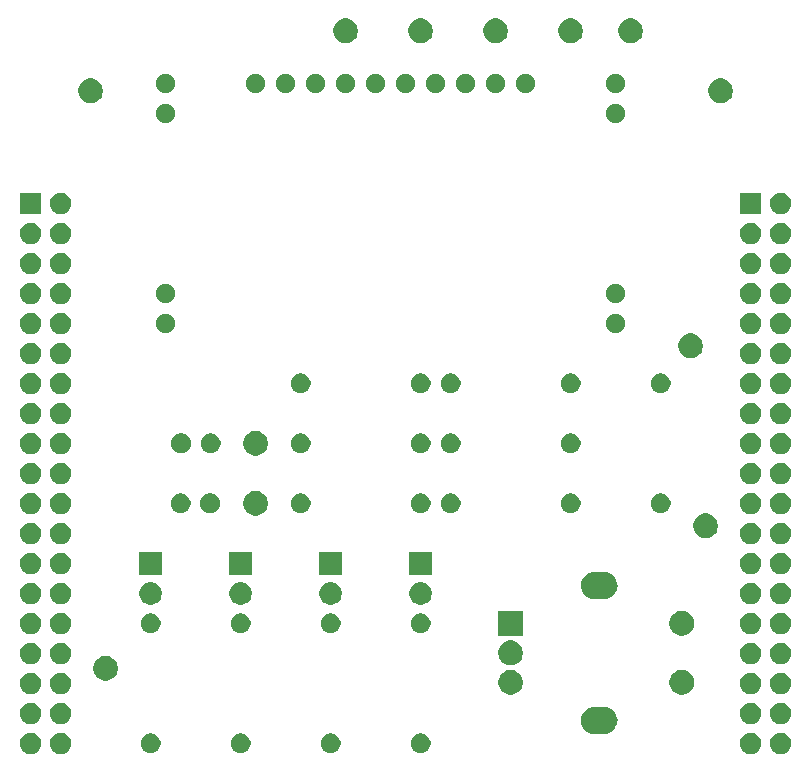
<source format=gbs>
G04 #@! TF.GenerationSoftware,KiCad,Pcbnew,5.1.5-52549c5~84~ubuntu16.04.1*
G04 #@! TF.CreationDate,2020-01-04T11:31:47+09:00*
G04 #@! TF.ProjectId,Akashi-01,416b6173-6869-42d3-9031-2e6b69636164,rev?*
G04 #@! TF.SameCoordinates,Original*
G04 #@! TF.FileFunction,Soldermask,Bot*
G04 #@! TF.FilePolarity,Negative*
%FSLAX46Y46*%
G04 Gerber Fmt 4.6, Leading zero omitted, Abs format (unit mm)*
G04 Created by KiCad (PCBNEW 5.1.5-52549c5~84~ubuntu16.04.1) date 2020-01-04 11:31:47*
%MOMM*%
%LPD*%
G04 APERTURE LIST*
%ADD10C,0.100000*%
G04 APERTURE END LIST*
D10*
G36*
X122033512Y-105783927D02*
G01*
X122182812Y-105813624D01*
X122346784Y-105881544D01*
X122494354Y-105980147D01*
X122619853Y-106105646D01*
X122718456Y-106253216D01*
X122786376Y-106417188D01*
X122821000Y-106591259D01*
X122821000Y-106768741D01*
X122786376Y-106942812D01*
X122718456Y-107106784D01*
X122619853Y-107254354D01*
X122494354Y-107379853D01*
X122346784Y-107478456D01*
X122182812Y-107546376D01*
X122033512Y-107576073D01*
X122008742Y-107581000D01*
X121831258Y-107581000D01*
X121806488Y-107576073D01*
X121657188Y-107546376D01*
X121493216Y-107478456D01*
X121345646Y-107379853D01*
X121220147Y-107254354D01*
X121121544Y-107106784D01*
X121053624Y-106942812D01*
X121019000Y-106768741D01*
X121019000Y-106591259D01*
X121053624Y-106417188D01*
X121121544Y-106253216D01*
X121220147Y-106105646D01*
X121345646Y-105980147D01*
X121493216Y-105881544D01*
X121657188Y-105813624D01*
X121806488Y-105783927D01*
X121831258Y-105779000D01*
X122008742Y-105779000D01*
X122033512Y-105783927D01*
G37*
G36*
X180453512Y-105783927D02*
G01*
X180602812Y-105813624D01*
X180766784Y-105881544D01*
X180914354Y-105980147D01*
X181039853Y-106105646D01*
X181138456Y-106253216D01*
X181206376Y-106417188D01*
X181241000Y-106591259D01*
X181241000Y-106768741D01*
X181206376Y-106942812D01*
X181138456Y-107106784D01*
X181039853Y-107254354D01*
X180914354Y-107379853D01*
X180766784Y-107478456D01*
X180602812Y-107546376D01*
X180453512Y-107576073D01*
X180428742Y-107581000D01*
X180251258Y-107581000D01*
X180226488Y-107576073D01*
X180077188Y-107546376D01*
X179913216Y-107478456D01*
X179765646Y-107379853D01*
X179640147Y-107254354D01*
X179541544Y-107106784D01*
X179473624Y-106942812D01*
X179439000Y-106768741D01*
X179439000Y-106591259D01*
X179473624Y-106417188D01*
X179541544Y-106253216D01*
X179640147Y-106105646D01*
X179765646Y-105980147D01*
X179913216Y-105881544D01*
X180077188Y-105813624D01*
X180226488Y-105783927D01*
X180251258Y-105779000D01*
X180428742Y-105779000D01*
X180453512Y-105783927D01*
G37*
G36*
X182993512Y-105783927D02*
G01*
X183142812Y-105813624D01*
X183306784Y-105881544D01*
X183454354Y-105980147D01*
X183579853Y-106105646D01*
X183678456Y-106253216D01*
X183746376Y-106417188D01*
X183781000Y-106591259D01*
X183781000Y-106768741D01*
X183746376Y-106942812D01*
X183678456Y-107106784D01*
X183579853Y-107254354D01*
X183454354Y-107379853D01*
X183306784Y-107478456D01*
X183142812Y-107546376D01*
X182993512Y-107576073D01*
X182968742Y-107581000D01*
X182791258Y-107581000D01*
X182766488Y-107576073D01*
X182617188Y-107546376D01*
X182453216Y-107478456D01*
X182305646Y-107379853D01*
X182180147Y-107254354D01*
X182081544Y-107106784D01*
X182013624Y-106942812D01*
X181979000Y-106768741D01*
X181979000Y-106591259D01*
X182013624Y-106417188D01*
X182081544Y-106253216D01*
X182180147Y-106105646D01*
X182305646Y-105980147D01*
X182453216Y-105881544D01*
X182617188Y-105813624D01*
X182766488Y-105783927D01*
X182791258Y-105779000D01*
X182968742Y-105779000D01*
X182993512Y-105783927D01*
G37*
G36*
X119493512Y-105783927D02*
G01*
X119642812Y-105813624D01*
X119806784Y-105881544D01*
X119954354Y-105980147D01*
X120079853Y-106105646D01*
X120178456Y-106253216D01*
X120246376Y-106417188D01*
X120281000Y-106591259D01*
X120281000Y-106768741D01*
X120246376Y-106942812D01*
X120178456Y-107106784D01*
X120079853Y-107254354D01*
X119954354Y-107379853D01*
X119806784Y-107478456D01*
X119642812Y-107546376D01*
X119493512Y-107576073D01*
X119468742Y-107581000D01*
X119291258Y-107581000D01*
X119266488Y-107576073D01*
X119117188Y-107546376D01*
X118953216Y-107478456D01*
X118805646Y-107379853D01*
X118680147Y-107254354D01*
X118581544Y-107106784D01*
X118513624Y-106942812D01*
X118479000Y-106768741D01*
X118479000Y-106591259D01*
X118513624Y-106417188D01*
X118581544Y-106253216D01*
X118680147Y-106105646D01*
X118805646Y-105980147D01*
X118953216Y-105881544D01*
X119117188Y-105813624D01*
X119266488Y-105783927D01*
X119291258Y-105779000D01*
X119468742Y-105779000D01*
X119493512Y-105783927D01*
G37*
G36*
X129788228Y-105861703D02*
G01*
X129943100Y-105925853D01*
X130082481Y-106018985D01*
X130201015Y-106137519D01*
X130294147Y-106276900D01*
X130358297Y-106431772D01*
X130391000Y-106596184D01*
X130391000Y-106763816D01*
X130358297Y-106928228D01*
X130294147Y-107083100D01*
X130201015Y-107222481D01*
X130082481Y-107341015D01*
X129943100Y-107434147D01*
X129788228Y-107498297D01*
X129623816Y-107531000D01*
X129456184Y-107531000D01*
X129291772Y-107498297D01*
X129136900Y-107434147D01*
X128997519Y-107341015D01*
X128878985Y-107222481D01*
X128785853Y-107083100D01*
X128721703Y-106928228D01*
X128689000Y-106763816D01*
X128689000Y-106596184D01*
X128721703Y-106431772D01*
X128785853Y-106276900D01*
X128878985Y-106137519D01*
X128997519Y-106018985D01*
X129136900Y-105925853D01*
X129291772Y-105861703D01*
X129456184Y-105829000D01*
X129623816Y-105829000D01*
X129788228Y-105861703D01*
G37*
G36*
X137408228Y-105861703D02*
G01*
X137563100Y-105925853D01*
X137702481Y-106018985D01*
X137821015Y-106137519D01*
X137914147Y-106276900D01*
X137978297Y-106431772D01*
X138011000Y-106596184D01*
X138011000Y-106763816D01*
X137978297Y-106928228D01*
X137914147Y-107083100D01*
X137821015Y-107222481D01*
X137702481Y-107341015D01*
X137563100Y-107434147D01*
X137408228Y-107498297D01*
X137243816Y-107531000D01*
X137076184Y-107531000D01*
X136911772Y-107498297D01*
X136756900Y-107434147D01*
X136617519Y-107341015D01*
X136498985Y-107222481D01*
X136405853Y-107083100D01*
X136341703Y-106928228D01*
X136309000Y-106763816D01*
X136309000Y-106596184D01*
X136341703Y-106431772D01*
X136405853Y-106276900D01*
X136498985Y-106137519D01*
X136617519Y-106018985D01*
X136756900Y-105925853D01*
X136911772Y-105861703D01*
X137076184Y-105829000D01*
X137243816Y-105829000D01*
X137408228Y-105861703D01*
G37*
G36*
X145028228Y-105861703D02*
G01*
X145183100Y-105925853D01*
X145322481Y-106018985D01*
X145441015Y-106137519D01*
X145534147Y-106276900D01*
X145598297Y-106431772D01*
X145631000Y-106596184D01*
X145631000Y-106763816D01*
X145598297Y-106928228D01*
X145534147Y-107083100D01*
X145441015Y-107222481D01*
X145322481Y-107341015D01*
X145183100Y-107434147D01*
X145028228Y-107498297D01*
X144863816Y-107531000D01*
X144696184Y-107531000D01*
X144531772Y-107498297D01*
X144376900Y-107434147D01*
X144237519Y-107341015D01*
X144118985Y-107222481D01*
X144025853Y-107083100D01*
X143961703Y-106928228D01*
X143929000Y-106763816D01*
X143929000Y-106596184D01*
X143961703Y-106431772D01*
X144025853Y-106276900D01*
X144118985Y-106137519D01*
X144237519Y-106018985D01*
X144376900Y-105925853D01*
X144531772Y-105861703D01*
X144696184Y-105829000D01*
X144863816Y-105829000D01*
X145028228Y-105861703D01*
G37*
G36*
X152648228Y-105861703D02*
G01*
X152803100Y-105925853D01*
X152942481Y-106018985D01*
X153061015Y-106137519D01*
X153154147Y-106276900D01*
X153218297Y-106431772D01*
X153251000Y-106596184D01*
X153251000Y-106763816D01*
X153218297Y-106928228D01*
X153154147Y-107083100D01*
X153061015Y-107222481D01*
X152942481Y-107341015D01*
X152803100Y-107434147D01*
X152648228Y-107498297D01*
X152483816Y-107531000D01*
X152316184Y-107531000D01*
X152151772Y-107498297D01*
X151996900Y-107434147D01*
X151857519Y-107341015D01*
X151738985Y-107222481D01*
X151645853Y-107083100D01*
X151581703Y-106928228D01*
X151549000Y-106763816D01*
X151549000Y-106596184D01*
X151581703Y-106431772D01*
X151645853Y-106276900D01*
X151738985Y-106137519D01*
X151857519Y-106018985D01*
X151996900Y-105925853D01*
X152151772Y-105861703D01*
X152316184Y-105829000D01*
X152483816Y-105829000D01*
X152648228Y-105861703D01*
G37*
G36*
X168089271Y-103580103D02*
G01*
X168145635Y-103585654D01*
X168362600Y-103651470D01*
X168362602Y-103651471D01*
X168562555Y-103758347D01*
X168737818Y-103902182D01*
X168881653Y-104077445D01*
X168962522Y-104228742D01*
X168988530Y-104277400D01*
X169054346Y-104494365D01*
X169076569Y-104720000D01*
X169054346Y-104945635D01*
X169035921Y-105006375D01*
X168988529Y-105162602D01*
X168881653Y-105362555D01*
X168737818Y-105537818D01*
X168562555Y-105681653D01*
X168362602Y-105788529D01*
X168362600Y-105788530D01*
X168145635Y-105854346D01*
X168089271Y-105859897D01*
X167976545Y-105871000D01*
X167063455Y-105871000D01*
X166950729Y-105859897D01*
X166894365Y-105854346D01*
X166677400Y-105788530D01*
X166677398Y-105788529D01*
X166477445Y-105681653D01*
X166302182Y-105537818D01*
X166158347Y-105362555D01*
X166051471Y-105162602D01*
X166004080Y-105006375D01*
X165985654Y-104945635D01*
X165963431Y-104720000D01*
X165985654Y-104494365D01*
X166051470Y-104277400D01*
X166077478Y-104228742D01*
X166158347Y-104077445D01*
X166302182Y-103902182D01*
X166477445Y-103758347D01*
X166677398Y-103651471D01*
X166677400Y-103651470D01*
X166894365Y-103585654D01*
X166950729Y-103580103D01*
X167063455Y-103569000D01*
X167976545Y-103569000D01*
X168089271Y-103580103D01*
G37*
G36*
X180453512Y-103243927D02*
G01*
X180602812Y-103273624D01*
X180766784Y-103341544D01*
X180914354Y-103440147D01*
X181039853Y-103565646D01*
X181138456Y-103713216D01*
X181206376Y-103877188D01*
X181241000Y-104051259D01*
X181241000Y-104228741D01*
X181206376Y-104402812D01*
X181138456Y-104566784D01*
X181039853Y-104714354D01*
X180914354Y-104839853D01*
X180766784Y-104938456D01*
X180602812Y-105006376D01*
X180453512Y-105036073D01*
X180428742Y-105041000D01*
X180251258Y-105041000D01*
X180226488Y-105036073D01*
X180077188Y-105006376D01*
X179913216Y-104938456D01*
X179765646Y-104839853D01*
X179640147Y-104714354D01*
X179541544Y-104566784D01*
X179473624Y-104402812D01*
X179439000Y-104228741D01*
X179439000Y-104051259D01*
X179473624Y-103877188D01*
X179541544Y-103713216D01*
X179640147Y-103565646D01*
X179765646Y-103440147D01*
X179913216Y-103341544D01*
X180077188Y-103273624D01*
X180226488Y-103243927D01*
X180251258Y-103239000D01*
X180428742Y-103239000D01*
X180453512Y-103243927D01*
G37*
G36*
X119493512Y-103243927D02*
G01*
X119642812Y-103273624D01*
X119806784Y-103341544D01*
X119954354Y-103440147D01*
X120079853Y-103565646D01*
X120178456Y-103713216D01*
X120246376Y-103877188D01*
X120281000Y-104051259D01*
X120281000Y-104228741D01*
X120246376Y-104402812D01*
X120178456Y-104566784D01*
X120079853Y-104714354D01*
X119954354Y-104839853D01*
X119806784Y-104938456D01*
X119642812Y-105006376D01*
X119493512Y-105036073D01*
X119468742Y-105041000D01*
X119291258Y-105041000D01*
X119266488Y-105036073D01*
X119117188Y-105006376D01*
X118953216Y-104938456D01*
X118805646Y-104839853D01*
X118680147Y-104714354D01*
X118581544Y-104566784D01*
X118513624Y-104402812D01*
X118479000Y-104228741D01*
X118479000Y-104051259D01*
X118513624Y-103877188D01*
X118581544Y-103713216D01*
X118680147Y-103565646D01*
X118805646Y-103440147D01*
X118953216Y-103341544D01*
X119117188Y-103273624D01*
X119266488Y-103243927D01*
X119291258Y-103239000D01*
X119468742Y-103239000D01*
X119493512Y-103243927D01*
G37*
G36*
X122033512Y-103243927D02*
G01*
X122182812Y-103273624D01*
X122346784Y-103341544D01*
X122494354Y-103440147D01*
X122619853Y-103565646D01*
X122718456Y-103713216D01*
X122786376Y-103877188D01*
X122821000Y-104051259D01*
X122821000Y-104228741D01*
X122786376Y-104402812D01*
X122718456Y-104566784D01*
X122619853Y-104714354D01*
X122494354Y-104839853D01*
X122346784Y-104938456D01*
X122182812Y-105006376D01*
X122033512Y-105036073D01*
X122008742Y-105041000D01*
X121831258Y-105041000D01*
X121806488Y-105036073D01*
X121657188Y-105006376D01*
X121493216Y-104938456D01*
X121345646Y-104839853D01*
X121220147Y-104714354D01*
X121121544Y-104566784D01*
X121053624Y-104402812D01*
X121019000Y-104228741D01*
X121019000Y-104051259D01*
X121053624Y-103877188D01*
X121121544Y-103713216D01*
X121220147Y-103565646D01*
X121345646Y-103440147D01*
X121493216Y-103341544D01*
X121657188Y-103273624D01*
X121806488Y-103243927D01*
X121831258Y-103239000D01*
X122008742Y-103239000D01*
X122033512Y-103243927D01*
G37*
G36*
X182993512Y-103243927D02*
G01*
X183142812Y-103273624D01*
X183306784Y-103341544D01*
X183454354Y-103440147D01*
X183579853Y-103565646D01*
X183678456Y-103713216D01*
X183746376Y-103877188D01*
X183781000Y-104051259D01*
X183781000Y-104228741D01*
X183746376Y-104402812D01*
X183678456Y-104566784D01*
X183579853Y-104714354D01*
X183454354Y-104839853D01*
X183306784Y-104938456D01*
X183142812Y-105006376D01*
X182993512Y-105036073D01*
X182968742Y-105041000D01*
X182791258Y-105041000D01*
X182766488Y-105036073D01*
X182617188Y-105006376D01*
X182453216Y-104938456D01*
X182305646Y-104839853D01*
X182180147Y-104714354D01*
X182081544Y-104566784D01*
X182013624Y-104402812D01*
X181979000Y-104228741D01*
X181979000Y-104051259D01*
X182013624Y-103877188D01*
X182081544Y-103713216D01*
X182180147Y-103565646D01*
X182305646Y-103440147D01*
X182453216Y-103341544D01*
X182617188Y-103273624D01*
X182766488Y-103243927D01*
X182791258Y-103239000D01*
X182968742Y-103239000D01*
X182993512Y-103243927D01*
G37*
G36*
X174826564Y-100509389D02*
G01*
X175017833Y-100588615D01*
X175017835Y-100588616D01*
X175189973Y-100703635D01*
X175336365Y-100850027D01*
X175436556Y-100999973D01*
X175451385Y-101022167D01*
X175530611Y-101213436D01*
X175571000Y-101416484D01*
X175571000Y-101623516D01*
X175530611Y-101826564D01*
X175451385Y-102017833D01*
X175451384Y-102017835D01*
X175336365Y-102189973D01*
X175189973Y-102336365D01*
X175017835Y-102451384D01*
X175017834Y-102451385D01*
X175017833Y-102451385D01*
X174826564Y-102530611D01*
X174623516Y-102571000D01*
X174416484Y-102571000D01*
X174213436Y-102530611D01*
X174022167Y-102451385D01*
X174022166Y-102451385D01*
X174022165Y-102451384D01*
X173850027Y-102336365D01*
X173703635Y-102189973D01*
X173588616Y-102017835D01*
X173588615Y-102017833D01*
X173509389Y-101826564D01*
X173469000Y-101623516D01*
X173469000Y-101416484D01*
X173509389Y-101213436D01*
X173588615Y-101022167D01*
X173603445Y-100999973D01*
X173703635Y-100850027D01*
X173850027Y-100703635D01*
X174022165Y-100588616D01*
X174022167Y-100588615D01*
X174213436Y-100509389D01*
X174416484Y-100469000D01*
X174623516Y-100469000D01*
X174826564Y-100509389D01*
G37*
G36*
X160326564Y-100509389D02*
G01*
X160517833Y-100588615D01*
X160517835Y-100588616D01*
X160689973Y-100703635D01*
X160836365Y-100850027D01*
X160936556Y-100999973D01*
X160951385Y-101022167D01*
X161030611Y-101213436D01*
X161071000Y-101416484D01*
X161071000Y-101623516D01*
X161030611Y-101826564D01*
X160951385Y-102017833D01*
X160951384Y-102017835D01*
X160836365Y-102189973D01*
X160689973Y-102336365D01*
X160517835Y-102451384D01*
X160517834Y-102451385D01*
X160517833Y-102451385D01*
X160326564Y-102530611D01*
X160123516Y-102571000D01*
X159916484Y-102571000D01*
X159713436Y-102530611D01*
X159522167Y-102451385D01*
X159522166Y-102451385D01*
X159522165Y-102451384D01*
X159350027Y-102336365D01*
X159203635Y-102189973D01*
X159088616Y-102017835D01*
X159088615Y-102017833D01*
X159009389Y-101826564D01*
X158969000Y-101623516D01*
X158969000Y-101416484D01*
X159009389Y-101213436D01*
X159088615Y-101022167D01*
X159103445Y-100999973D01*
X159203635Y-100850027D01*
X159350027Y-100703635D01*
X159522165Y-100588616D01*
X159522167Y-100588615D01*
X159713436Y-100509389D01*
X159916484Y-100469000D01*
X160123516Y-100469000D01*
X160326564Y-100509389D01*
G37*
G36*
X182992043Y-100703635D02*
G01*
X183142812Y-100733624D01*
X183306784Y-100801544D01*
X183454354Y-100900147D01*
X183579853Y-101025646D01*
X183678456Y-101173216D01*
X183746376Y-101337188D01*
X183781000Y-101511259D01*
X183781000Y-101688741D01*
X183746376Y-101862812D01*
X183678456Y-102026784D01*
X183579853Y-102174354D01*
X183454354Y-102299853D01*
X183306784Y-102398456D01*
X183142812Y-102466376D01*
X182993512Y-102496073D01*
X182968742Y-102501000D01*
X182791258Y-102501000D01*
X182766488Y-102496073D01*
X182617188Y-102466376D01*
X182453216Y-102398456D01*
X182305646Y-102299853D01*
X182180147Y-102174354D01*
X182081544Y-102026784D01*
X182013624Y-101862812D01*
X181979000Y-101688741D01*
X181979000Y-101511259D01*
X182013624Y-101337188D01*
X182081544Y-101173216D01*
X182180147Y-101025646D01*
X182305646Y-100900147D01*
X182453216Y-100801544D01*
X182617188Y-100733624D01*
X182767957Y-100703635D01*
X182791258Y-100699000D01*
X182968742Y-100699000D01*
X182992043Y-100703635D01*
G37*
G36*
X180452043Y-100703635D02*
G01*
X180602812Y-100733624D01*
X180766784Y-100801544D01*
X180914354Y-100900147D01*
X181039853Y-101025646D01*
X181138456Y-101173216D01*
X181206376Y-101337188D01*
X181241000Y-101511259D01*
X181241000Y-101688741D01*
X181206376Y-101862812D01*
X181138456Y-102026784D01*
X181039853Y-102174354D01*
X180914354Y-102299853D01*
X180766784Y-102398456D01*
X180602812Y-102466376D01*
X180453512Y-102496073D01*
X180428742Y-102501000D01*
X180251258Y-102501000D01*
X180226488Y-102496073D01*
X180077188Y-102466376D01*
X179913216Y-102398456D01*
X179765646Y-102299853D01*
X179640147Y-102174354D01*
X179541544Y-102026784D01*
X179473624Y-101862812D01*
X179439000Y-101688741D01*
X179439000Y-101511259D01*
X179473624Y-101337188D01*
X179541544Y-101173216D01*
X179640147Y-101025646D01*
X179765646Y-100900147D01*
X179913216Y-100801544D01*
X180077188Y-100733624D01*
X180227957Y-100703635D01*
X180251258Y-100699000D01*
X180428742Y-100699000D01*
X180452043Y-100703635D01*
G37*
G36*
X119492043Y-100703635D02*
G01*
X119642812Y-100733624D01*
X119806784Y-100801544D01*
X119954354Y-100900147D01*
X120079853Y-101025646D01*
X120178456Y-101173216D01*
X120246376Y-101337188D01*
X120281000Y-101511259D01*
X120281000Y-101688741D01*
X120246376Y-101862812D01*
X120178456Y-102026784D01*
X120079853Y-102174354D01*
X119954354Y-102299853D01*
X119806784Y-102398456D01*
X119642812Y-102466376D01*
X119493512Y-102496073D01*
X119468742Y-102501000D01*
X119291258Y-102501000D01*
X119266488Y-102496073D01*
X119117188Y-102466376D01*
X118953216Y-102398456D01*
X118805646Y-102299853D01*
X118680147Y-102174354D01*
X118581544Y-102026784D01*
X118513624Y-101862812D01*
X118479000Y-101688741D01*
X118479000Y-101511259D01*
X118513624Y-101337188D01*
X118581544Y-101173216D01*
X118680147Y-101025646D01*
X118805646Y-100900147D01*
X118953216Y-100801544D01*
X119117188Y-100733624D01*
X119267957Y-100703635D01*
X119291258Y-100699000D01*
X119468742Y-100699000D01*
X119492043Y-100703635D01*
G37*
G36*
X122032043Y-100703635D02*
G01*
X122182812Y-100733624D01*
X122346784Y-100801544D01*
X122494354Y-100900147D01*
X122619853Y-101025646D01*
X122718456Y-101173216D01*
X122786376Y-101337188D01*
X122821000Y-101511259D01*
X122821000Y-101688741D01*
X122786376Y-101862812D01*
X122718456Y-102026784D01*
X122619853Y-102174354D01*
X122494354Y-102299853D01*
X122346784Y-102398456D01*
X122182812Y-102466376D01*
X122033512Y-102496073D01*
X122008742Y-102501000D01*
X121831258Y-102501000D01*
X121806488Y-102496073D01*
X121657188Y-102466376D01*
X121493216Y-102398456D01*
X121345646Y-102299853D01*
X121220147Y-102174354D01*
X121121544Y-102026784D01*
X121053624Y-101862812D01*
X121019000Y-101688741D01*
X121019000Y-101511259D01*
X121053624Y-101337188D01*
X121121544Y-101173216D01*
X121220147Y-101025646D01*
X121345646Y-100900147D01*
X121493216Y-100801544D01*
X121657188Y-100733624D01*
X121807957Y-100703635D01*
X121831258Y-100699000D01*
X122008742Y-100699000D01*
X122032043Y-100703635D01*
G37*
G36*
X126036564Y-99319389D02*
G01*
X126227833Y-99398615D01*
X126227835Y-99398616D01*
X126399973Y-99513635D01*
X126546365Y-99660027D01*
X126613067Y-99759853D01*
X126661385Y-99832167D01*
X126740611Y-100023436D01*
X126781000Y-100226484D01*
X126781000Y-100433516D01*
X126740611Y-100636564D01*
X126700407Y-100733625D01*
X126661384Y-100827835D01*
X126546365Y-100999973D01*
X126399973Y-101146365D01*
X126227835Y-101261384D01*
X126227834Y-101261385D01*
X126227833Y-101261385D01*
X126036564Y-101340611D01*
X125833516Y-101381000D01*
X125626484Y-101381000D01*
X125423436Y-101340611D01*
X125232167Y-101261385D01*
X125232166Y-101261385D01*
X125232165Y-101261384D01*
X125060027Y-101146365D01*
X124913635Y-100999973D01*
X124798616Y-100827835D01*
X124759593Y-100733625D01*
X124719389Y-100636564D01*
X124679000Y-100433516D01*
X124679000Y-100226484D01*
X124719389Y-100023436D01*
X124798615Y-99832167D01*
X124846934Y-99759853D01*
X124913635Y-99660027D01*
X125060027Y-99513635D01*
X125232165Y-99398616D01*
X125232167Y-99398615D01*
X125423436Y-99319389D01*
X125626484Y-99279000D01*
X125833516Y-99279000D01*
X126036564Y-99319389D01*
G37*
G36*
X160326564Y-98009389D02*
G01*
X160517833Y-98088615D01*
X160517835Y-98088616D01*
X160623172Y-98159000D01*
X160689973Y-98203635D01*
X160836365Y-98350027D01*
X160951385Y-98522167D01*
X161030611Y-98713436D01*
X161071000Y-98916484D01*
X161071000Y-99123516D01*
X161030611Y-99326564D01*
X160964246Y-99486784D01*
X160951384Y-99517835D01*
X160836365Y-99689973D01*
X160689973Y-99836365D01*
X160517835Y-99951384D01*
X160517834Y-99951385D01*
X160517833Y-99951385D01*
X160326564Y-100030611D01*
X160123516Y-100071000D01*
X159916484Y-100071000D01*
X159713436Y-100030611D01*
X159522167Y-99951385D01*
X159522166Y-99951385D01*
X159522165Y-99951384D01*
X159350027Y-99836365D01*
X159203635Y-99689973D01*
X159088616Y-99517835D01*
X159075754Y-99486784D01*
X159009389Y-99326564D01*
X158969000Y-99123516D01*
X158969000Y-98916484D01*
X159009389Y-98713436D01*
X159088615Y-98522167D01*
X159203635Y-98350027D01*
X159350027Y-98203635D01*
X159416828Y-98159000D01*
X159522165Y-98088616D01*
X159522167Y-98088615D01*
X159713436Y-98009389D01*
X159916484Y-97969000D01*
X160123516Y-97969000D01*
X160326564Y-98009389D01*
G37*
G36*
X122033512Y-98163927D02*
G01*
X122182812Y-98193624D01*
X122346784Y-98261544D01*
X122494354Y-98360147D01*
X122619853Y-98485646D01*
X122718456Y-98633216D01*
X122786376Y-98797188D01*
X122821000Y-98971259D01*
X122821000Y-99148741D01*
X122786376Y-99322812D01*
X122718456Y-99486784D01*
X122619853Y-99634354D01*
X122494354Y-99759853D01*
X122346784Y-99858456D01*
X122182812Y-99926376D01*
X122033512Y-99956073D01*
X122008742Y-99961000D01*
X121831258Y-99961000D01*
X121806488Y-99956073D01*
X121657188Y-99926376D01*
X121493216Y-99858456D01*
X121345646Y-99759853D01*
X121220147Y-99634354D01*
X121121544Y-99486784D01*
X121053624Y-99322812D01*
X121019000Y-99148741D01*
X121019000Y-98971259D01*
X121053624Y-98797188D01*
X121121544Y-98633216D01*
X121220147Y-98485646D01*
X121345646Y-98360147D01*
X121493216Y-98261544D01*
X121657188Y-98193624D01*
X121806488Y-98163927D01*
X121831258Y-98159000D01*
X122008742Y-98159000D01*
X122033512Y-98163927D01*
G37*
G36*
X182993512Y-98163927D02*
G01*
X183142812Y-98193624D01*
X183306784Y-98261544D01*
X183454354Y-98360147D01*
X183579853Y-98485646D01*
X183678456Y-98633216D01*
X183746376Y-98797188D01*
X183781000Y-98971259D01*
X183781000Y-99148741D01*
X183746376Y-99322812D01*
X183678456Y-99486784D01*
X183579853Y-99634354D01*
X183454354Y-99759853D01*
X183306784Y-99858456D01*
X183142812Y-99926376D01*
X182993512Y-99956073D01*
X182968742Y-99961000D01*
X182791258Y-99961000D01*
X182766488Y-99956073D01*
X182617188Y-99926376D01*
X182453216Y-99858456D01*
X182305646Y-99759853D01*
X182180147Y-99634354D01*
X182081544Y-99486784D01*
X182013624Y-99322812D01*
X181979000Y-99148741D01*
X181979000Y-98971259D01*
X182013624Y-98797188D01*
X182081544Y-98633216D01*
X182180147Y-98485646D01*
X182305646Y-98360147D01*
X182453216Y-98261544D01*
X182617188Y-98193624D01*
X182766488Y-98163927D01*
X182791258Y-98159000D01*
X182968742Y-98159000D01*
X182993512Y-98163927D01*
G37*
G36*
X180453512Y-98163927D02*
G01*
X180602812Y-98193624D01*
X180766784Y-98261544D01*
X180914354Y-98360147D01*
X181039853Y-98485646D01*
X181138456Y-98633216D01*
X181206376Y-98797188D01*
X181241000Y-98971259D01*
X181241000Y-99148741D01*
X181206376Y-99322812D01*
X181138456Y-99486784D01*
X181039853Y-99634354D01*
X180914354Y-99759853D01*
X180766784Y-99858456D01*
X180602812Y-99926376D01*
X180453512Y-99956073D01*
X180428742Y-99961000D01*
X180251258Y-99961000D01*
X180226488Y-99956073D01*
X180077188Y-99926376D01*
X179913216Y-99858456D01*
X179765646Y-99759853D01*
X179640147Y-99634354D01*
X179541544Y-99486784D01*
X179473624Y-99322812D01*
X179439000Y-99148741D01*
X179439000Y-98971259D01*
X179473624Y-98797188D01*
X179541544Y-98633216D01*
X179640147Y-98485646D01*
X179765646Y-98360147D01*
X179913216Y-98261544D01*
X180077188Y-98193624D01*
X180226488Y-98163927D01*
X180251258Y-98159000D01*
X180428742Y-98159000D01*
X180453512Y-98163927D01*
G37*
G36*
X119493512Y-98163927D02*
G01*
X119642812Y-98193624D01*
X119806784Y-98261544D01*
X119954354Y-98360147D01*
X120079853Y-98485646D01*
X120178456Y-98633216D01*
X120246376Y-98797188D01*
X120281000Y-98971259D01*
X120281000Y-99148741D01*
X120246376Y-99322812D01*
X120178456Y-99486784D01*
X120079853Y-99634354D01*
X119954354Y-99759853D01*
X119806784Y-99858456D01*
X119642812Y-99926376D01*
X119493512Y-99956073D01*
X119468742Y-99961000D01*
X119291258Y-99961000D01*
X119266488Y-99956073D01*
X119117188Y-99926376D01*
X118953216Y-99858456D01*
X118805646Y-99759853D01*
X118680147Y-99634354D01*
X118581544Y-99486784D01*
X118513624Y-99322812D01*
X118479000Y-99148741D01*
X118479000Y-98971259D01*
X118513624Y-98797188D01*
X118581544Y-98633216D01*
X118680147Y-98485646D01*
X118805646Y-98360147D01*
X118953216Y-98261544D01*
X119117188Y-98193624D01*
X119266488Y-98163927D01*
X119291258Y-98159000D01*
X119468742Y-98159000D01*
X119493512Y-98163927D01*
G37*
G36*
X161071000Y-97571000D02*
G01*
X158969000Y-97571000D01*
X158969000Y-95469000D01*
X161071000Y-95469000D01*
X161071000Y-97571000D01*
G37*
G36*
X174826564Y-95509389D02*
G01*
X175017833Y-95588615D01*
X175017835Y-95588616D01*
X175189973Y-95703635D01*
X175336365Y-95850027D01*
X175400256Y-95945646D01*
X175451385Y-96022167D01*
X175530611Y-96213436D01*
X175571000Y-96416484D01*
X175571000Y-96623516D01*
X175530611Y-96826564D01*
X175480815Y-96946782D01*
X175451384Y-97017835D01*
X175336365Y-97189973D01*
X175189973Y-97336365D01*
X175017835Y-97451384D01*
X175017834Y-97451385D01*
X175017833Y-97451385D01*
X174826564Y-97530611D01*
X174623516Y-97571000D01*
X174416484Y-97571000D01*
X174213436Y-97530611D01*
X174022167Y-97451385D01*
X174022166Y-97451385D01*
X174022165Y-97451384D01*
X173850027Y-97336365D01*
X173703635Y-97189973D01*
X173588616Y-97017835D01*
X173559185Y-96946782D01*
X173509389Y-96826564D01*
X173469000Y-96623516D01*
X173469000Y-96416484D01*
X173509389Y-96213436D01*
X173588615Y-96022167D01*
X173639745Y-95945646D01*
X173703635Y-95850027D01*
X173850027Y-95703635D01*
X174022165Y-95588616D01*
X174022167Y-95588615D01*
X174213436Y-95509389D01*
X174416484Y-95469000D01*
X174623516Y-95469000D01*
X174826564Y-95509389D01*
G37*
G36*
X119493512Y-95623927D02*
G01*
X119642812Y-95653624D01*
X119806784Y-95721544D01*
X119954354Y-95820147D01*
X120079853Y-95945646D01*
X120178456Y-96093216D01*
X120246376Y-96257188D01*
X120281000Y-96431259D01*
X120281000Y-96608741D01*
X120246376Y-96782812D01*
X120178456Y-96946784D01*
X120079853Y-97094354D01*
X119954354Y-97219853D01*
X119806784Y-97318456D01*
X119642812Y-97386376D01*
X119493512Y-97416073D01*
X119468742Y-97421000D01*
X119291258Y-97421000D01*
X119266488Y-97416073D01*
X119117188Y-97386376D01*
X118953216Y-97318456D01*
X118805646Y-97219853D01*
X118680147Y-97094354D01*
X118581544Y-96946784D01*
X118513624Y-96782812D01*
X118479000Y-96608741D01*
X118479000Y-96431259D01*
X118513624Y-96257188D01*
X118581544Y-96093216D01*
X118680147Y-95945646D01*
X118805646Y-95820147D01*
X118953216Y-95721544D01*
X119117188Y-95653624D01*
X119266488Y-95623927D01*
X119291258Y-95619000D01*
X119468742Y-95619000D01*
X119493512Y-95623927D01*
G37*
G36*
X182993512Y-95623927D02*
G01*
X183142812Y-95653624D01*
X183306784Y-95721544D01*
X183454354Y-95820147D01*
X183579853Y-95945646D01*
X183678456Y-96093216D01*
X183746376Y-96257188D01*
X183781000Y-96431259D01*
X183781000Y-96608741D01*
X183746376Y-96782812D01*
X183678456Y-96946784D01*
X183579853Y-97094354D01*
X183454354Y-97219853D01*
X183306784Y-97318456D01*
X183142812Y-97386376D01*
X182993512Y-97416073D01*
X182968742Y-97421000D01*
X182791258Y-97421000D01*
X182766488Y-97416073D01*
X182617188Y-97386376D01*
X182453216Y-97318456D01*
X182305646Y-97219853D01*
X182180147Y-97094354D01*
X182081544Y-96946784D01*
X182013624Y-96782812D01*
X181979000Y-96608741D01*
X181979000Y-96431259D01*
X182013624Y-96257188D01*
X182081544Y-96093216D01*
X182180147Y-95945646D01*
X182305646Y-95820147D01*
X182453216Y-95721544D01*
X182617188Y-95653624D01*
X182766488Y-95623927D01*
X182791258Y-95619000D01*
X182968742Y-95619000D01*
X182993512Y-95623927D01*
G37*
G36*
X180453512Y-95623927D02*
G01*
X180602812Y-95653624D01*
X180766784Y-95721544D01*
X180914354Y-95820147D01*
X181039853Y-95945646D01*
X181138456Y-96093216D01*
X181206376Y-96257188D01*
X181241000Y-96431259D01*
X181241000Y-96608741D01*
X181206376Y-96782812D01*
X181138456Y-96946784D01*
X181039853Y-97094354D01*
X180914354Y-97219853D01*
X180766784Y-97318456D01*
X180602812Y-97386376D01*
X180453512Y-97416073D01*
X180428742Y-97421000D01*
X180251258Y-97421000D01*
X180226488Y-97416073D01*
X180077188Y-97386376D01*
X179913216Y-97318456D01*
X179765646Y-97219853D01*
X179640147Y-97094354D01*
X179541544Y-96946784D01*
X179473624Y-96782812D01*
X179439000Y-96608741D01*
X179439000Y-96431259D01*
X179473624Y-96257188D01*
X179541544Y-96093216D01*
X179640147Y-95945646D01*
X179765646Y-95820147D01*
X179913216Y-95721544D01*
X180077188Y-95653624D01*
X180226488Y-95623927D01*
X180251258Y-95619000D01*
X180428742Y-95619000D01*
X180453512Y-95623927D01*
G37*
G36*
X122033512Y-95623927D02*
G01*
X122182812Y-95653624D01*
X122346784Y-95721544D01*
X122494354Y-95820147D01*
X122619853Y-95945646D01*
X122718456Y-96093216D01*
X122786376Y-96257188D01*
X122821000Y-96431259D01*
X122821000Y-96608741D01*
X122786376Y-96782812D01*
X122718456Y-96946784D01*
X122619853Y-97094354D01*
X122494354Y-97219853D01*
X122346784Y-97318456D01*
X122182812Y-97386376D01*
X122033512Y-97416073D01*
X122008742Y-97421000D01*
X121831258Y-97421000D01*
X121806488Y-97416073D01*
X121657188Y-97386376D01*
X121493216Y-97318456D01*
X121345646Y-97219853D01*
X121220147Y-97094354D01*
X121121544Y-96946784D01*
X121053624Y-96782812D01*
X121019000Y-96608741D01*
X121019000Y-96431259D01*
X121053624Y-96257188D01*
X121121544Y-96093216D01*
X121220147Y-95945646D01*
X121345646Y-95820147D01*
X121493216Y-95721544D01*
X121657188Y-95653624D01*
X121806488Y-95623927D01*
X121831258Y-95619000D01*
X122008742Y-95619000D01*
X122033512Y-95623927D01*
G37*
G36*
X145028228Y-95701703D02*
G01*
X145183100Y-95765853D01*
X145322481Y-95858985D01*
X145441015Y-95977519D01*
X145534147Y-96116900D01*
X145598297Y-96271772D01*
X145631000Y-96436184D01*
X145631000Y-96603816D01*
X145598297Y-96768228D01*
X145534147Y-96923100D01*
X145441015Y-97062481D01*
X145322481Y-97181015D01*
X145183100Y-97274147D01*
X145028228Y-97338297D01*
X144863816Y-97371000D01*
X144696184Y-97371000D01*
X144531772Y-97338297D01*
X144376900Y-97274147D01*
X144237519Y-97181015D01*
X144118985Y-97062481D01*
X144025853Y-96923100D01*
X143961703Y-96768228D01*
X143929000Y-96603816D01*
X143929000Y-96436184D01*
X143961703Y-96271772D01*
X144025853Y-96116900D01*
X144118985Y-95977519D01*
X144237519Y-95858985D01*
X144376900Y-95765853D01*
X144531772Y-95701703D01*
X144696184Y-95669000D01*
X144863816Y-95669000D01*
X145028228Y-95701703D01*
G37*
G36*
X152648228Y-95701703D02*
G01*
X152803100Y-95765853D01*
X152942481Y-95858985D01*
X153061015Y-95977519D01*
X153154147Y-96116900D01*
X153218297Y-96271772D01*
X153251000Y-96436184D01*
X153251000Y-96603816D01*
X153218297Y-96768228D01*
X153154147Y-96923100D01*
X153061015Y-97062481D01*
X152942481Y-97181015D01*
X152803100Y-97274147D01*
X152648228Y-97338297D01*
X152483816Y-97371000D01*
X152316184Y-97371000D01*
X152151772Y-97338297D01*
X151996900Y-97274147D01*
X151857519Y-97181015D01*
X151738985Y-97062481D01*
X151645853Y-96923100D01*
X151581703Y-96768228D01*
X151549000Y-96603816D01*
X151549000Y-96436184D01*
X151581703Y-96271772D01*
X151645853Y-96116900D01*
X151738985Y-95977519D01*
X151857519Y-95858985D01*
X151996900Y-95765853D01*
X152151772Y-95701703D01*
X152316184Y-95669000D01*
X152483816Y-95669000D01*
X152648228Y-95701703D01*
G37*
G36*
X137408228Y-95701703D02*
G01*
X137563100Y-95765853D01*
X137702481Y-95858985D01*
X137821015Y-95977519D01*
X137914147Y-96116900D01*
X137978297Y-96271772D01*
X138011000Y-96436184D01*
X138011000Y-96603816D01*
X137978297Y-96768228D01*
X137914147Y-96923100D01*
X137821015Y-97062481D01*
X137702481Y-97181015D01*
X137563100Y-97274147D01*
X137408228Y-97338297D01*
X137243816Y-97371000D01*
X137076184Y-97371000D01*
X136911772Y-97338297D01*
X136756900Y-97274147D01*
X136617519Y-97181015D01*
X136498985Y-97062481D01*
X136405853Y-96923100D01*
X136341703Y-96768228D01*
X136309000Y-96603816D01*
X136309000Y-96436184D01*
X136341703Y-96271772D01*
X136405853Y-96116900D01*
X136498985Y-95977519D01*
X136617519Y-95858985D01*
X136756900Y-95765853D01*
X136911772Y-95701703D01*
X137076184Y-95669000D01*
X137243816Y-95669000D01*
X137408228Y-95701703D01*
G37*
G36*
X129788228Y-95701703D02*
G01*
X129943100Y-95765853D01*
X130082481Y-95858985D01*
X130201015Y-95977519D01*
X130294147Y-96116900D01*
X130358297Y-96271772D01*
X130391000Y-96436184D01*
X130391000Y-96603816D01*
X130358297Y-96768228D01*
X130294147Y-96923100D01*
X130201015Y-97062481D01*
X130082481Y-97181015D01*
X129943100Y-97274147D01*
X129788228Y-97338297D01*
X129623816Y-97371000D01*
X129456184Y-97371000D01*
X129291772Y-97338297D01*
X129136900Y-97274147D01*
X128997519Y-97181015D01*
X128878985Y-97062481D01*
X128785853Y-96923100D01*
X128721703Y-96768228D01*
X128689000Y-96603816D01*
X128689000Y-96436184D01*
X128721703Y-96271772D01*
X128785853Y-96116900D01*
X128878985Y-95977519D01*
X128997519Y-95858985D01*
X129136900Y-95765853D01*
X129291772Y-95701703D01*
X129456184Y-95669000D01*
X129623816Y-95669000D01*
X129788228Y-95701703D01*
G37*
G36*
X129817395Y-93065546D02*
G01*
X129990466Y-93137234D01*
X129990467Y-93137235D01*
X130146227Y-93241310D01*
X130278690Y-93373773D01*
X130278691Y-93373775D01*
X130382766Y-93529534D01*
X130454454Y-93702605D01*
X130491000Y-93886333D01*
X130491000Y-94073667D01*
X130454454Y-94257395D01*
X130382766Y-94430466D01*
X130382765Y-94430467D01*
X130278690Y-94586227D01*
X130146227Y-94718690D01*
X130067818Y-94771081D01*
X129990466Y-94822766D01*
X129817395Y-94894454D01*
X129633667Y-94931000D01*
X129446333Y-94931000D01*
X129262605Y-94894454D01*
X129089534Y-94822766D01*
X129012182Y-94771081D01*
X128933773Y-94718690D01*
X128801310Y-94586227D01*
X128697235Y-94430467D01*
X128697234Y-94430466D01*
X128625546Y-94257395D01*
X128589000Y-94073667D01*
X128589000Y-93886333D01*
X128625546Y-93702605D01*
X128697234Y-93529534D01*
X128801309Y-93373775D01*
X128801310Y-93373773D01*
X128933773Y-93241310D01*
X129089533Y-93137235D01*
X129089534Y-93137234D01*
X129262605Y-93065546D01*
X129446333Y-93029000D01*
X129633667Y-93029000D01*
X129817395Y-93065546D01*
G37*
G36*
X137437395Y-93065546D02*
G01*
X137610466Y-93137234D01*
X137610467Y-93137235D01*
X137766227Y-93241310D01*
X137898690Y-93373773D01*
X137898691Y-93373775D01*
X138002766Y-93529534D01*
X138074454Y-93702605D01*
X138111000Y-93886333D01*
X138111000Y-94073667D01*
X138074454Y-94257395D01*
X138002766Y-94430466D01*
X138002765Y-94430467D01*
X137898690Y-94586227D01*
X137766227Y-94718690D01*
X137687818Y-94771081D01*
X137610466Y-94822766D01*
X137437395Y-94894454D01*
X137253667Y-94931000D01*
X137066333Y-94931000D01*
X136882605Y-94894454D01*
X136709534Y-94822766D01*
X136632182Y-94771081D01*
X136553773Y-94718690D01*
X136421310Y-94586227D01*
X136317235Y-94430467D01*
X136317234Y-94430466D01*
X136245546Y-94257395D01*
X136209000Y-94073667D01*
X136209000Y-93886333D01*
X136245546Y-93702605D01*
X136317234Y-93529534D01*
X136421309Y-93373775D01*
X136421310Y-93373773D01*
X136553773Y-93241310D01*
X136709533Y-93137235D01*
X136709534Y-93137234D01*
X136882605Y-93065546D01*
X137066333Y-93029000D01*
X137253667Y-93029000D01*
X137437395Y-93065546D01*
G37*
G36*
X152677395Y-93065546D02*
G01*
X152850466Y-93137234D01*
X152850467Y-93137235D01*
X153006227Y-93241310D01*
X153138690Y-93373773D01*
X153138691Y-93373775D01*
X153242766Y-93529534D01*
X153314454Y-93702605D01*
X153351000Y-93886333D01*
X153351000Y-94073667D01*
X153314454Y-94257395D01*
X153242766Y-94430466D01*
X153242765Y-94430467D01*
X153138690Y-94586227D01*
X153006227Y-94718690D01*
X152927818Y-94771081D01*
X152850466Y-94822766D01*
X152677395Y-94894454D01*
X152493667Y-94931000D01*
X152306333Y-94931000D01*
X152122605Y-94894454D01*
X151949534Y-94822766D01*
X151872182Y-94771081D01*
X151793773Y-94718690D01*
X151661310Y-94586227D01*
X151557235Y-94430467D01*
X151557234Y-94430466D01*
X151485546Y-94257395D01*
X151449000Y-94073667D01*
X151449000Y-93886333D01*
X151485546Y-93702605D01*
X151557234Y-93529534D01*
X151661309Y-93373775D01*
X151661310Y-93373773D01*
X151793773Y-93241310D01*
X151949533Y-93137235D01*
X151949534Y-93137234D01*
X152122605Y-93065546D01*
X152306333Y-93029000D01*
X152493667Y-93029000D01*
X152677395Y-93065546D01*
G37*
G36*
X145057395Y-93065546D02*
G01*
X145230466Y-93137234D01*
X145230467Y-93137235D01*
X145386227Y-93241310D01*
X145518690Y-93373773D01*
X145518691Y-93373775D01*
X145622766Y-93529534D01*
X145694454Y-93702605D01*
X145731000Y-93886333D01*
X145731000Y-94073667D01*
X145694454Y-94257395D01*
X145622766Y-94430466D01*
X145622765Y-94430467D01*
X145518690Y-94586227D01*
X145386227Y-94718690D01*
X145307818Y-94771081D01*
X145230466Y-94822766D01*
X145057395Y-94894454D01*
X144873667Y-94931000D01*
X144686333Y-94931000D01*
X144502605Y-94894454D01*
X144329534Y-94822766D01*
X144252182Y-94771081D01*
X144173773Y-94718690D01*
X144041310Y-94586227D01*
X143937235Y-94430467D01*
X143937234Y-94430466D01*
X143865546Y-94257395D01*
X143829000Y-94073667D01*
X143829000Y-93886333D01*
X143865546Y-93702605D01*
X143937234Y-93529534D01*
X144041309Y-93373775D01*
X144041310Y-93373773D01*
X144173773Y-93241310D01*
X144329533Y-93137235D01*
X144329534Y-93137234D01*
X144502605Y-93065546D01*
X144686333Y-93029000D01*
X144873667Y-93029000D01*
X145057395Y-93065546D01*
G37*
G36*
X122033512Y-93083927D02*
G01*
X122182812Y-93113624D01*
X122346784Y-93181544D01*
X122494354Y-93280147D01*
X122619853Y-93405646D01*
X122718456Y-93553216D01*
X122786376Y-93717188D01*
X122821000Y-93891259D01*
X122821000Y-94068741D01*
X122786376Y-94242812D01*
X122718456Y-94406784D01*
X122619853Y-94554354D01*
X122494354Y-94679853D01*
X122346784Y-94778456D01*
X122182812Y-94846376D01*
X122033512Y-94876073D01*
X122008742Y-94881000D01*
X121831258Y-94881000D01*
X121806488Y-94876073D01*
X121657188Y-94846376D01*
X121493216Y-94778456D01*
X121345646Y-94679853D01*
X121220147Y-94554354D01*
X121121544Y-94406784D01*
X121053624Y-94242812D01*
X121019000Y-94068741D01*
X121019000Y-93891259D01*
X121053624Y-93717188D01*
X121121544Y-93553216D01*
X121220147Y-93405646D01*
X121345646Y-93280147D01*
X121493216Y-93181544D01*
X121657188Y-93113624D01*
X121806488Y-93083927D01*
X121831258Y-93079000D01*
X122008742Y-93079000D01*
X122033512Y-93083927D01*
G37*
G36*
X119493512Y-93083927D02*
G01*
X119642812Y-93113624D01*
X119806784Y-93181544D01*
X119954354Y-93280147D01*
X120079853Y-93405646D01*
X120178456Y-93553216D01*
X120246376Y-93717188D01*
X120281000Y-93891259D01*
X120281000Y-94068741D01*
X120246376Y-94242812D01*
X120178456Y-94406784D01*
X120079853Y-94554354D01*
X119954354Y-94679853D01*
X119806784Y-94778456D01*
X119642812Y-94846376D01*
X119493512Y-94876073D01*
X119468742Y-94881000D01*
X119291258Y-94881000D01*
X119266488Y-94876073D01*
X119117188Y-94846376D01*
X118953216Y-94778456D01*
X118805646Y-94679853D01*
X118680147Y-94554354D01*
X118581544Y-94406784D01*
X118513624Y-94242812D01*
X118479000Y-94068741D01*
X118479000Y-93891259D01*
X118513624Y-93717188D01*
X118581544Y-93553216D01*
X118680147Y-93405646D01*
X118805646Y-93280147D01*
X118953216Y-93181544D01*
X119117188Y-93113624D01*
X119266488Y-93083927D01*
X119291258Y-93079000D01*
X119468742Y-93079000D01*
X119493512Y-93083927D01*
G37*
G36*
X180453512Y-93083927D02*
G01*
X180602812Y-93113624D01*
X180766784Y-93181544D01*
X180914354Y-93280147D01*
X181039853Y-93405646D01*
X181138456Y-93553216D01*
X181206376Y-93717188D01*
X181241000Y-93891259D01*
X181241000Y-94068741D01*
X181206376Y-94242812D01*
X181138456Y-94406784D01*
X181039853Y-94554354D01*
X180914354Y-94679853D01*
X180766784Y-94778456D01*
X180602812Y-94846376D01*
X180453512Y-94876073D01*
X180428742Y-94881000D01*
X180251258Y-94881000D01*
X180226488Y-94876073D01*
X180077188Y-94846376D01*
X179913216Y-94778456D01*
X179765646Y-94679853D01*
X179640147Y-94554354D01*
X179541544Y-94406784D01*
X179473624Y-94242812D01*
X179439000Y-94068741D01*
X179439000Y-93891259D01*
X179473624Y-93717188D01*
X179541544Y-93553216D01*
X179640147Y-93405646D01*
X179765646Y-93280147D01*
X179913216Y-93181544D01*
X180077188Y-93113624D01*
X180226488Y-93083927D01*
X180251258Y-93079000D01*
X180428742Y-93079000D01*
X180453512Y-93083927D01*
G37*
G36*
X182993512Y-93083927D02*
G01*
X183142812Y-93113624D01*
X183306784Y-93181544D01*
X183454354Y-93280147D01*
X183579853Y-93405646D01*
X183678456Y-93553216D01*
X183746376Y-93717188D01*
X183781000Y-93891259D01*
X183781000Y-94068741D01*
X183746376Y-94242812D01*
X183678456Y-94406784D01*
X183579853Y-94554354D01*
X183454354Y-94679853D01*
X183306784Y-94778456D01*
X183142812Y-94846376D01*
X182993512Y-94876073D01*
X182968742Y-94881000D01*
X182791258Y-94881000D01*
X182766488Y-94876073D01*
X182617188Y-94846376D01*
X182453216Y-94778456D01*
X182305646Y-94679853D01*
X182180147Y-94554354D01*
X182081544Y-94406784D01*
X182013624Y-94242812D01*
X181979000Y-94068741D01*
X181979000Y-93891259D01*
X182013624Y-93717188D01*
X182081544Y-93553216D01*
X182180147Y-93405646D01*
X182305646Y-93280147D01*
X182453216Y-93181544D01*
X182617188Y-93113624D01*
X182766488Y-93083927D01*
X182791258Y-93079000D01*
X182968742Y-93079000D01*
X182993512Y-93083927D01*
G37*
G36*
X168089271Y-92180103D02*
G01*
X168145635Y-92185654D01*
X168362600Y-92251470D01*
X168362602Y-92251471D01*
X168562555Y-92358347D01*
X168737818Y-92502182D01*
X168881653Y-92677445D01*
X168988529Y-92877398D01*
X168988530Y-92877400D01*
X169054346Y-93094365D01*
X169076569Y-93320000D01*
X169054346Y-93545635D01*
X169002306Y-93717188D01*
X168988529Y-93762602D01*
X168881653Y-93962555D01*
X168737818Y-94137818D01*
X168562555Y-94281653D01*
X168362602Y-94388529D01*
X168362600Y-94388530D01*
X168145635Y-94454346D01*
X168089271Y-94459897D01*
X167976545Y-94471000D01*
X167063455Y-94471000D01*
X166950729Y-94459897D01*
X166894365Y-94454346D01*
X166677400Y-94388530D01*
X166677398Y-94388529D01*
X166477445Y-94281653D01*
X166302182Y-94137818D01*
X166158347Y-93962555D01*
X166051471Y-93762602D01*
X166037695Y-93717188D01*
X165985654Y-93545635D01*
X165963431Y-93320000D01*
X165985654Y-93094365D01*
X166051470Y-92877400D01*
X166051471Y-92877398D01*
X166158347Y-92677445D01*
X166302182Y-92502182D01*
X166477445Y-92358347D01*
X166677398Y-92251471D01*
X166677400Y-92251470D01*
X166894365Y-92185654D01*
X166950729Y-92180103D01*
X167063455Y-92169000D01*
X167976545Y-92169000D01*
X168089271Y-92180103D01*
G37*
G36*
X145731000Y-92391000D02*
G01*
X143829000Y-92391000D01*
X143829000Y-90489000D01*
X145731000Y-90489000D01*
X145731000Y-92391000D01*
G37*
G36*
X130491000Y-92391000D02*
G01*
X128589000Y-92391000D01*
X128589000Y-90489000D01*
X130491000Y-90489000D01*
X130491000Y-92391000D01*
G37*
G36*
X138111000Y-92391000D02*
G01*
X136209000Y-92391000D01*
X136209000Y-90489000D01*
X138111000Y-90489000D01*
X138111000Y-92391000D01*
G37*
G36*
X153351000Y-92391000D02*
G01*
X151449000Y-92391000D01*
X151449000Y-90489000D01*
X153351000Y-90489000D01*
X153351000Y-92391000D01*
G37*
G36*
X180453512Y-90543927D02*
G01*
X180602812Y-90573624D01*
X180766784Y-90641544D01*
X180914354Y-90740147D01*
X181039853Y-90865646D01*
X181138456Y-91013216D01*
X181206376Y-91177188D01*
X181241000Y-91351259D01*
X181241000Y-91528741D01*
X181206376Y-91702812D01*
X181138456Y-91866784D01*
X181039853Y-92014354D01*
X180914354Y-92139853D01*
X180766784Y-92238456D01*
X180602812Y-92306376D01*
X180453512Y-92336073D01*
X180428742Y-92341000D01*
X180251258Y-92341000D01*
X180226488Y-92336073D01*
X180077188Y-92306376D01*
X179913216Y-92238456D01*
X179765646Y-92139853D01*
X179640147Y-92014354D01*
X179541544Y-91866784D01*
X179473624Y-91702812D01*
X179439000Y-91528741D01*
X179439000Y-91351259D01*
X179473624Y-91177188D01*
X179541544Y-91013216D01*
X179640147Y-90865646D01*
X179765646Y-90740147D01*
X179913216Y-90641544D01*
X180077188Y-90573624D01*
X180226488Y-90543927D01*
X180251258Y-90539000D01*
X180428742Y-90539000D01*
X180453512Y-90543927D01*
G37*
G36*
X119493512Y-90543927D02*
G01*
X119642812Y-90573624D01*
X119806784Y-90641544D01*
X119954354Y-90740147D01*
X120079853Y-90865646D01*
X120178456Y-91013216D01*
X120246376Y-91177188D01*
X120281000Y-91351259D01*
X120281000Y-91528741D01*
X120246376Y-91702812D01*
X120178456Y-91866784D01*
X120079853Y-92014354D01*
X119954354Y-92139853D01*
X119806784Y-92238456D01*
X119642812Y-92306376D01*
X119493512Y-92336073D01*
X119468742Y-92341000D01*
X119291258Y-92341000D01*
X119266488Y-92336073D01*
X119117188Y-92306376D01*
X118953216Y-92238456D01*
X118805646Y-92139853D01*
X118680147Y-92014354D01*
X118581544Y-91866784D01*
X118513624Y-91702812D01*
X118479000Y-91528741D01*
X118479000Y-91351259D01*
X118513624Y-91177188D01*
X118581544Y-91013216D01*
X118680147Y-90865646D01*
X118805646Y-90740147D01*
X118953216Y-90641544D01*
X119117188Y-90573624D01*
X119266488Y-90543927D01*
X119291258Y-90539000D01*
X119468742Y-90539000D01*
X119493512Y-90543927D01*
G37*
G36*
X122033512Y-90543927D02*
G01*
X122182812Y-90573624D01*
X122346784Y-90641544D01*
X122494354Y-90740147D01*
X122619853Y-90865646D01*
X122718456Y-91013216D01*
X122786376Y-91177188D01*
X122821000Y-91351259D01*
X122821000Y-91528741D01*
X122786376Y-91702812D01*
X122718456Y-91866784D01*
X122619853Y-92014354D01*
X122494354Y-92139853D01*
X122346784Y-92238456D01*
X122182812Y-92306376D01*
X122033512Y-92336073D01*
X122008742Y-92341000D01*
X121831258Y-92341000D01*
X121806488Y-92336073D01*
X121657188Y-92306376D01*
X121493216Y-92238456D01*
X121345646Y-92139853D01*
X121220147Y-92014354D01*
X121121544Y-91866784D01*
X121053624Y-91702812D01*
X121019000Y-91528741D01*
X121019000Y-91351259D01*
X121053624Y-91177188D01*
X121121544Y-91013216D01*
X121220147Y-90865646D01*
X121345646Y-90740147D01*
X121493216Y-90641544D01*
X121657188Y-90573624D01*
X121806488Y-90543927D01*
X121831258Y-90539000D01*
X122008742Y-90539000D01*
X122033512Y-90543927D01*
G37*
G36*
X182993512Y-90543927D02*
G01*
X183142812Y-90573624D01*
X183306784Y-90641544D01*
X183454354Y-90740147D01*
X183579853Y-90865646D01*
X183678456Y-91013216D01*
X183746376Y-91177188D01*
X183781000Y-91351259D01*
X183781000Y-91528741D01*
X183746376Y-91702812D01*
X183678456Y-91866784D01*
X183579853Y-92014354D01*
X183454354Y-92139853D01*
X183306784Y-92238456D01*
X183142812Y-92306376D01*
X182993512Y-92336073D01*
X182968742Y-92341000D01*
X182791258Y-92341000D01*
X182766488Y-92336073D01*
X182617188Y-92306376D01*
X182453216Y-92238456D01*
X182305646Y-92139853D01*
X182180147Y-92014354D01*
X182081544Y-91866784D01*
X182013624Y-91702812D01*
X181979000Y-91528741D01*
X181979000Y-91351259D01*
X182013624Y-91177188D01*
X182081544Y-91013216D01*
X182180147Y-90865646D01*
X182305646Y-90740147D01*
X182453216Y-90641544D01*
X182617188Y-90573624D01*
X182766488Y-90543927D01*
X182791258Y-90539000D01*
X182968742Y-90539000D01*
X182993512Y-90543927D01*
G37*
G36*
X119493512Y-88003927D02*
G01*
X119642812Y-88033624D01*
X119806784Y-88101544D01*
X119954354Y-88200147D01*
X120079853Y-88325646D01*
X120178456Y-88473216D01*
X120246376Y-88637188D01*
X120281000Y-88811259D01*
X120281000Y-88988741D01*
X120246376Y-89162812D01*
X120178456Y-89326784D01*
X120079853Y-89474354D01*
X119954354Y-89599853D01*
X119806784Y-89698456D01*
X119642812Y-89766376D01*
X119493512Y-89796073D01*
X119468742Y-89801000D01*
X119291258Y-89801000D01*
X119266488Y-89796073D01*
X119117188Y-89766376D01*
X118953216Y-89698456D01*
X118805646Y-89599853D01*
X118680147Y-89474354D01*
X118581544Y-89326784D01*
X118513624Y-89162812D01*
X118479000Y-88988741D01*
X118479000Y-88811259D01*
X118513624Y-88637188D01*
X118581544Y-88473216D01*
X118680147Y-88325646D01*
X118805646Y-88200147D01*
X118953216Y-88101544D01*
X119117188Y-88033624D01*
X119266488Y-88003927D01*
X119291258Y-87999000D01*
X119468742Y-87999000D01*
X119493512Y-88003927D01*
G37*
G36*
X122033512Y-88003927D02*
G01*
X122182812Y-88033624D01*
X122346784Y-88101544D01*
X122494354Y-88200147D01*
X122619853Y-88325646D01*
X122718456Y-88473216D01*
X122786376Y-88637188D01*
X122821000Y-88811259D01*
X122821000Y-88988741D01*
X122786376Y-89162812D01*
X122718456Y-89326784D01*
X122619853Y-89474354D01*
X122494354Y-89599853D01*
X122346784Y-89698456D01*
X122182812Y-89766376D01*
X122033512Y-89796073D01*
X122008742Y-89801000D01*
X121831258Y-89801000D01*
X121806488Y-89796073D01*
X121657188Y-89766376D01*
X121493216Y-89698456D01*
X121345646Y-89599853D01*
X121220147Y-89474354D01*
X121121544Y-89326784D01*
X121053624Y-89162812D01*
X121019000Y-88988741D01*
X121019000Y-88811259D01*
X121053624Y-88637188D01*
X121121544Y-88473216D01*
X121220147Y-88325646D01*
X121345646Y-88200147D01*
X121493216Y-88101544D01*
X121657188Y-88033624D01*
X121806488Y-88003927D01*
X121831258Y-87999000D01*
X122008742Y-87999000D01*
X122033512Y-88003927D01*
G37*
G36*
X182993512Y-88003927D02*
G01*
X183142812Y-88033624D01*
X183306784Y-88101544D01*
X183454354Y-88200147D01*
X183579853Y-88325646D01*
X183678456Y-88473216D01*
X183746376Y-88637188D01*
X183781000Y-88811259D01*
X183781000Y-88988741D01*
X183746376Y-89162812D01*
X183678456Y-89326784D01*
X183579853Y-89474354D01*
X183454354Y-89599853D01*
X183306784Y-89698456D01*
X183142812Y-89766376D01*
X182993512Y-89796073D01*
X182968742Y-89801000D01*
X182791258Y-89801000D01*
X182766488Y-89796073D01*
X182617188Y-89766376D01*
X182453216Y-89698456D01*
X182305646Y-89599853D01*
X182180147Y-89474354D01*
X182081544Y-89326784D01*
X182013624Y-89162812D01*
X181979000Y-88988741D01*
X181979000Y-88811259D01*
X182013624Y-88637188D01*
X182081544Y-88473216D01*
X182180147Y-88325646D01*
X182305646Y-88200147D01*
X182453216Y-88101544D01*
X182617188Y-88033624D01*
X182766488Y-88003927D01*
X182791258Y-87999000D01*
X182968742Y-87999000D01*
X182993512Y-88003927D01*
G37*
G36*
X180453512Y-88003927D02*
G01*
X180602812Y-88033624D01*
X180766784Y-88101544D01*
X180914354Y-88200147D01*
X181039853Y-88325646D01*
X181138456Y-88473216D01*
X181206376Y-88637188D01*
X181241000Y-88811259D01*
X181241000Y-88988741D01*
X181206376Y-89162812D01*
X181138456Y-89326784D01*
X181039853Y-89474354D01*
X180914354Y-89599853D01*
X180766784Y-89698456D01*
X180602812Y-89766376D01*
X180453512Y-89796073D01*
X180428742Y-89801000D01*
X180251258Y-89801000D01*
X180226488Y-89796073D01*
X180077188Y-89766376D01*
X179913216Y-89698456D01*
X179765646Y-89599853D01*
X179640147Y-89474354D01*
X179541544Y-89326784D01*
X179473624Y-89162812D01*
X179439000Y-88988741D01*
X179439000Y-88811259D01*
X179473624Y-88637188D01*
X179541544Y-88473216D01*
X179640147Y-88325646D01*
X179765646Y-88200147D01*
X179913216Y-88101544D01*
X180077188Y-88033624D01*
X180226488Y-88003927D01*
X180251258Y-87999000D01*
X180428742Y-87999000D01*
X180453512Y-88003927D01*
G37*
G36*
X176836564Y-87254389D02*
G01*
X176925880Y-87291385D01*
X177027835Y-87333616D01*
X177083200Y-87370610D01*
X177199973Y-87448635D01*
X177346365Y-87595027D01*
X177461385Y-87767167D01*
X177540611Y-87958436D01*
X177581000Y-88161484D01*
X177581000Y-88368516D01*
X177540611Y-88571564D01*
X177513428Y-88637189D01*
X177461384Y-88762835D01*
X177346365Y-88934973D01*
X177199973Y-89081365D01*
X177027835Y-89196384D01*
X177027834Y-89196385D01*
X177027833Y-89196385D01*
X176836564Y-89275611D01*
X176633516Y-89316000D01*
X176426484Y-89316000D01*
X176223436Y-89275611D01*
X176032167Y-89196385D01*
X176032166Y-89196385D01*
X176032165Y-89196384D01*
X175860027Y-89081365D01*
X175713635Y-88934973D01*
X175598616Y-88762835D01*
X175546572Y-88637189D01*
X175519389Y-88571564D01*
X175479000Y-88368516D01*
X175479000Y-88161484D01*
X175519389Y-87958436D01*
X175598615Y-87767167D01*
X175713635Y-87595027D01*
X175860027Y-87448635D01*
X175976800Y-87370610D01*
X176032165Y-87333616D01*
X176134120Y-87291385D01*
X176223436Y-87254389D01*
X176426484Y-87214000D01*
X176633516Y-87214000D01*
X176836564Y-87254389D01*
G37*
G36*
X138736564Y-85349389D02*
G01*
X138927833Y-85428615D01*
X138927835Y-85428616D01*
X139099973Y-85543635D01*
X139246365Y-85690027D01*
X139310256Y-85785646D01*
X139361385Y-85862167D01*
X139440611Y-86053436D01*
X139481000Y-86256484D01*
X139481000Y-86463516D01*
X139440611Y-86666564D01*
X139390815Y-86786782D01*
X139361384Y-86857835D01*
X139246365Y-87029973D01*
X139099973Y-87176365D01*
X138927835Y-87291384D01*
X138927834Y-87291385D01*
X138927833Y-87291385D01*
X138736564Y-87370611D01*
X138533516Y-87411000D01*
X138326484Y-87411000D01*
X138123436Y-87370611D01*
X137932167Y-87291385D01*
X137932166Y-87291385D01*
X137932165Y-87291384D01*
X137760027Y-87176365D01*
X137613635Y-87029973D01*
X137498616Y-86857835D01*
X137469185Y-86786782D01*
X137419389Y-86666564D01*
X137379000Y-86463516D01*
X137379000Y-86256484D01*
X137419389Y-86053436D01*
X137498615Y-85862167D01*
X137549745Y-85785646D01*
X137613635Y-85690027D01*
X137760027Y-85543635D01*
X137932165Y-85428616D01*
X137932167Y-85428615D01*
X138123436Y-85349389D01*
X138326484Y-85309000D01*
X138533516Y-85309000D01*
X138736564Y-85349389D01*
G37*
G36*
X180453512Y-85463927D02*
G01*
X180602812Y-85493624D01*
X180766784Y-85561544D01*
X180914354Y-85660147D01*
X181039853Y-85785646D01*
X181138456Y-85933216D01*
X181206376Y-86097188D01*
X181241000Y-86271259D01*
X181241000Y-86448741D01*
X181206376Y-86622812D01*
X181138456Y-86786784D01*
X181039853Y-86934354D01*
X180914354Y-87059853D01*
X180766784Y-87158456D01*
X180602812Y-87226376D01*
X180453512Y-87256073D01*
X180428742Y-87261000D01*
X180251258Y-87261000D01*
X180226488Y-87256073D01*
X180077188Y-87226376D01*
X179913216Y-87158456D01*
X179765646Y-87059853D01*
X179640147Y-86934354D01*
X179541544Y-86786784D01*
X179473624Y-86622812D01*
X179439000Y-86448741D01*
X179439000Y-86271259D01*
X179473624Y-86097188D01*
X179541544Y-85933216D01*
X179640147Y-85785646D01*
X179765646Y-85660147D01*
X179913216Y-85561544D01*
X180077188Y-85493624D01*
X180226488Y-85463927D01*
X180251258Y-85459000D01*
X180428742Y-85459000D01*
X180453512Y-85463927D01*
G37*
G36*
X182993512Y-85463927D02*
G01*
X183142812Y-85493624D01*
X183306784Y-85561544D01*
X183454354Y-85660147D01*
X183579853Y-85785646D01*
X183678456Y-85933216D01*
X183746376Y-86097188D01*
X183781000Y-86271259D01*
X183781000Y-86448741D01*
X183746376Y-86622812D01*
X183678456Y-86786784D01*
X183579853Y-86934354D01*
X183454354Y-87059853D01*
X183306784Y-87158456D01*
X183142812Y-87226376D01*
X182993512Y-87256073D01*
X182968742Y-87261000D01*
X182791258Y-87261000D01*
X182766488Y-87256073D01*
X182617188Y-87226376D01*
X182453216Y-87158456D01*
X182305646Y-87059853D01*
X182180147Y-86934354D01*
X182081544Y-86786784D01*
X182013624Y-86622812D01*
X181979000Y-86448741D01*
X181979000Y-86271259D01*
X182013624Y-86097188D01*
X182081544Y-85933216D01*
X182180147Y-85785646D01*
X182305646Y-85660147D01*
X182453216Y-85561544D01*
X182617188Y-85493624D01*
X182766488Y-85463927D01*
X182791258Y-85459000D01*
X182968742Y-85459000D01*
X182993512Y-85463927D01*
G37*
G36*
X122033512Y-85463927D02*
G01*
X122182812Y-85493624D01*
X122346784Y-85561544D01*
X122494354Y-85660147D01*
X122619853Y-85785646D01*
X122718456Y-85933216D01*
X122786376Y-86097188D01*
X122821000Y-86271259D01*
X122821000Y-86448741D01*
X122786376Y-86622812D01*
X122718456Y-86786784D01*
X122619853Y-86934354D01*
X122494354Y-87059853D01*
X122346784Y-87158456D01*
X122182812Y-87226376D01*
X122033512Y-87256073D01*
X122008742Y-87261000D01*
X121831258Y-87261000D01*
X121806488Y-87256073D01*
X121657188Y-87226376D01*
X121493216Y-87158456D01*
X121345646Y-87059853D01*
X121220147Y-86934354D01*
X121121544Y-86786784D01*
X121053624Y-86622812D01*
X121019000Y-86448741D01*
X121019000Y-86271259D01*
X121053624Y-86097188D01*
X121121544Y-85933216D01*
X121220147Y-85785646D01*
X121345646Y-85660147D01*
X121493216Y-85561544D01*
X121657188Y-85493624D01*
X121806488Y-85463927D01*
X121831258Y-85459000D01*
X122008742Y-85459000D01*
X122033512Y-85463927D01*
G37*
G36*
X119493512Y-85463927D02*
G01*
X119642812Y-85493624D01*
X119806784Y-85561544D01*
X119954354Y-85660147D01*
X120079853Y-85785646D01*
X120178456Y-85933216D01*
X120246376Y-86097188D01*
X120281000Y-86271259D01*
X120281000Y-86448741D01*
X120246376Y-86622812D01*
X120178456Y-86786784D01*
X120079853Y-86934354D01*
X119954354Y-87059853D01*
X119806784Y-87158456D01*
X119642812Y-87226376D01*
X119493512Y-87256073D01*
X119468742Y-87261000D01*
X119291258Y-87261000D01*
X119266488Y-87256073D01*
X119117188Y-87226376D01*
X118953216Y-87158456D01*
X118805646Y-87059853D01*
X118680147Y-86934354D01*
X118581544Y-86786784D01*
X118513624Y-86622812D01*
X118479000Y-86448741D01*
X118479000Y-86271259D01*
X118513624Y-86097188D01*
X118581544Y-85933216D01*
X118680147Y-85785646D01*
X118805646Y-85660147D01*
X118953216Y-85561544D01*
X119117188Y-85493624D01*
X119266488Y-85463927D01*
X119291258Y-85459000D01*
X119468742Y-85459000D01*
X119493512Y-85463927D01*
G37*
G36*
X155188228Y-85541703D02*
G01*
X155343100Y-85605853D01*
X155482481Y-85698985D01*
X155601015Y-85817519D01*
X155694147Y-85956900D01*
X155758297Y-86111772D01*
X155791000Y-86276184D01*
X155791000Y-86443816D01*
X155758297Y-86608228D01*
X155694147Y-86763100D01*
X155601015Y-86902481D01*
X155482481Y-87021015D01*
X155343100Y-87114147D01*
X155188228Y-87178297D01*
X155023816Y-87211000D01*
X154856184Y-87211000D01*
X154691772Y-87178297D01*
X154536900Y-87114147D01*
X154397519Y-87021015D01*
X154278985Y-86902481D01*
X154185853Y-86763100D01*
X154121703Y-86608228D01*
X154089000Y-86443816D01*
X154089000Y-86276184D01*
X154121703Y-86111772D01*
X154185853Y-85956900D01*
X154278985Y-85817519D01*
X154397519Y-85698985D01*
X154536900Y-85605853D01*
X154691772Y-85541703D01*
X154856184Y-85509000D01*
X155023816Y-85509000D01*
X155188228Y-85541703D01*
G37*
G36*
X142488228Y-85541703D02*
G01*
X142643100Y-85605853D01*
X142782481Y-85698985D01*
X142901015Y-85817519D01*
X142994147Y-85956900D01*
X143058297Y-86111772D01*
X143091000Y-86276184D01*
X143091000Y-86443816D01*
X143058297Y-86608228D01*
X142994147Y-86763100D01*
X142901015Y-86902481D01*
X142782481Y-87021015D01*
X142643100Y-87114147D01*
X142488228Y-87178297D01*
X142323816Y-87211000D01*
X142156184Y-87211000D01*
X141991772Y-87178297D01*
X141836900Y-87114147D01*
X141697519Y-87021015D01*
X141578985Y-86902481D01*
X141485853Y-86763100D01*
X141421703Y-86608228D01*
X141389000Y-86443816D01*
X141389000Y-86276184D01*
X141421703Y-86111772D01*
X141485853Y-85956900D01*
X141578985Y-85817519D01*
X141697519Y-85698985D01*
X141836900Y-85605853D01*
X141991772Y-85541703D01*
X142156184Y-85509000D01*
X142323816Y-85509000D01*
X142488228Y-85541703D01*
G37*
G36*
X152648228Y-85541703D02*
G01*
X152803100Y-85605853D01*
X152942481Y-85698985D01*
X153061015Y-85817519D01*
X153154147Y-85956900D01*
X153218297Y-86111772D01*
X153251000Y-86276184D01*
X153251000Y-86443816D01*
X153218297Y-86608228D01*
X153154147Y-86763100D01*
X153061015Y-86902481D01*
X152942481Y-87021015D01*
X152803100Y-87114147D01*
X152648228Y-87178297D01*
X152483816Y-87211000D01*
X152316184Y-87211000D01*
X152151772Y-87178297D01*
X151996900Y-87114147D01*
X151857519Y-87021015D01*
X151738985Y-86902481D01*
X151645853Y-86763100D01*
X151581703Y-86608228D01*
X151549000Y-86443816D01*
X151549000Y-86276184D01*
X151581703Y-86111772D01*
X151645853Y-85956900D01*
X151738985Y-85817519D01*
X151857519Y-85698985D01*
X151996900Y-85605853D01*
X152151772Y-85541703D01*
X152316184Y-85509000D01*
X152483816Y-85509000D01*
X152648228Y-85541703D01*
G37*
G36*
X132328228Y-85541703D02*
G01*
X132483100Y-85605853D01*
X132622481Y-85698985D01*
X132741015Y-85817519D01*
X132834147Y-85956900D01*
X132898297Y-86111772D01*
X132931000Y-86276184D01*
X132931000Y-86443816D01*
X132898297Y-86608228D01*
X132834147Y-86763100D01*
X132741015Y-86902481D01*
X132622481Y-87021015D01*
X132483100Y-87114147D01*
X132328228Y-87178297D01*
X132163816Y-87211000D01*
X131996184Y-87211000D01*
X131831772Y-87178297D01*
X131676900Y-87114147D01*
X131537519Y-87021015D01*
X131418985Y-86902481D01*
X131325853Y-86763100D01*
X131261703Y-86608228D01*
X131229000Y-86443816D01*
X131229000Y-86276184D01*
X131261703Y-86111772D01*
X131325853Y-85956900D01*
X131418985Y-85817519D01*
X131537519Y-85698985D01*
X131676900Y-85605853D01*
X131831772Y-85541703D01*
X131996184Y-85509000D01*
X132163816Y-85509000D01*
X132328228Y-85541703D01*
G37*
G36*
X165348228Y-85541703D02*
G01*
X165503100Y-85605853D01*
X165642481Y-85698985D01*
X165761015Y-85817519D01*
X165854147Y-85956900D01*
X165918297Y-86111772D01*
X165951000Y-86276184D01*
X165951000Y-86443816D01*
X165918297Y-86608228D01*
X165854147Y-86763100D01*
X165761015Y-86902481D01*
X165642481Y-87021015D01*
X165503100Y-87114147D01*
X165348228Y-87178297D01*
X165183816Y-87211000D01*
X165016184Y-87211000D01*
X164851772Y-87178297D01*
X164696900Y-87114147D01*
X164557519Y-87021015D01*
X164438985Y-86902481D01*
X164345853Y-86763100D01*
X164281703Y-86608228D01*
X164249000Y-86443816D01*
X164249000Y-86276184D01*
X164281703Y-86111772D01*
X164345853Y-85956900D01*
X164438985Y-85817519D01*
X164557519Y-85698985D01*
X164696900Y-85605853D01*
X164851772Y-85541703D01*
X165016184Y-85509000D01*
X165183816Y-85509000D01*
X165348228Y-85541703D01*
G37*
G36*
X172968228Y-85541703D02*
G01*
X173123100Y-85605853D01*
X173262481Y-85698985D01*
X173381015Y-85817519D01*
X173474147Y-85956900D01*
X173538297Y-86111772D01*
X173571000Y-86276184D01*
X173571000Y-86443816D01*
X173538297Y-86608228D01*
X173474147Y-86763100D01*
X173381015Y-86902481D01*
X173262481Y-87021015D01*
X173123100Y-87114147D01*
X172968228Y-87178297D01*
X172803816Y-87211000D01*
X172636184Y-87211000D01*
X172471772Y-87178297D01*
X172316900Y-87114147D01*
X172177519Y-87021015D01*
X172058985Y-86902481D01*
X171965853Y-86763100D01*
X171901703Y-86608228D01*
X171869000Y-86443816D01*
X171869000Y-86276184D01*
X171901703Y-86111772D01*
X171965853Y-85956900D01*
X172058985Y-85817519D01*
X172177519Y-85698985D01*
X172316900Y-85605853D01*
X172471772Y-85541703D01*
X172636184Y-85509000D01*
X172803816Y-85509000D01*
X172968228Y-85541703D01*
G37*
G36*
X134828228Y-85541703D02*
G01*
X134983100Y-85605853D01*
X135122481Y-85698985D01*
X135241015Y-85817519D01*
X135334147Y-85956900D01*
X135398297Y-86111772D01*
X135431000Y-86276184D01*
X135431000Y-86443816D01*
X135398297Y-86608228D01*
X135334147Y-86763100D01*
X135241015Y-86902481D01*
X135122481Y-87021015D01*
X134983100Y-87114147D01*
X134828228Y-87178297D01*
X134663816Y-87211000D01*
X134496184Y-87211000D01*
X134331772Y-87178297D01*
X134176900Y-87114147D01*
X134037519Y-87021015D01*
X133918985Y-86902481D01*
X133825853Y-86763100D01*
X133761703Y-86608228D01*
X133729000Y-86443816D01*
X133729000Y-86276184D01*
X133761703Y-86111772D01*
X133825853Y-85956900D01*
X133918985Y-85817519D01*
X134037519Y-85698985D01*
X134176900Y-85605853D01*
X134331772Y-85541703D01*
X134496184Y-85509000D01*
X134663816Y-85509000D01*
X134828228Y-85541703D01*
G37*
G36*
X119493512Y-82923927D02*
G01*
X119642812Y-82953624D01*
X119806784Y-83021544D01*
X119954354Y-83120147D01*
X120079853Y-83245646D01*
X120178456Y-83393216D01*
X120246376Y-83557188D01*
X120281000Y-83731259D01*
X120281000Y-83908741D01*
X120246376Y-84082812D01*
X120178456Y-84246784D01*
X120079853Y-84394354D01*
X119954354Y-84519853D01*
X119806784Y-84618456D01*
X119642812Y-84686376D01*
X119493512Y-84716073D01*
X119468742Y-84721000D01*
X119291258Y-84721000D01*
X119266488Y-84716073D01*
X119117188Y-84686376D01*
X118953216Y-84618456D01*
X118805646Y-84519853D01*
X118680147Y-84394354D01*
X118581544Y-84246784D01*
X118513624Y-84082812D01*
X118479000Y-83908741D01*
X118479000Y-83731259D01*
X118513624Y-83557188D01*
X118581544Y-83393216D01*
X118680147Y-83245646D01*
X118805646Y-83120147D01*
X118953216Y-83021544D01*
X119117188Y-82953624D01*
X119266488Y-82923927D01*
X119291258Y-82919000D01*
X119468742Y-82919000D01*
X119493512Y-82923927D01*
G37*
G36*
X122033512Y-82923927D02*
G01*
X122182812Y-82953624D01*
X122346784Y-83021544D01*
X122494354Y-83120147D01*
X122619853Y-83245646D01*
X122718456Y-83393216D01*
X122786376Y-83557188D01*
X122821000Y-83731259D01*
X122821000Y-83908741D01*
X122786376Y-84082812D01*
X122718456Y-84246784D01*
X122619853Y-84394354D01*
X122494354Y-84519853D01*
X122346784Y-84618456D01*
X122182812Y-84686376D01*
X122033512Y-84716073D01*
X122008742Y-84721000D01*
X121831258Y-84721000D01*
X121806488Y-84716073D01*
X121657188Y-84686376D01*
X121493216Y-84618456D01*
X121345646Y-84519853D01*
X121220147Y-84394354D01*
X121121544Y-84246784D01*
X121053624Y-84082812D01*
X121019000Y-83908741D01*
X121019000Y-83731259D01*
X121053624Y-83557188D01*
X121121544Y-83393216D01*
X121220147Y-83245646D01*
X121345646Y-83120147D01*
X121493216Y-83021544D01*
X121657188Y-82953624D01*
X121806488Y-82923927D01*
X121831258Y-82919000D01*
X122008742Y-82919000D01*
X122033512Y-82923927D01*
G37*
G36*
X180453512Y-82923927D02*
G01*
X180602812Y-82953624D01*
X180766784Y-83021544D01*
X180914354Y-83120147D01*
X181039853Y-83245646D01*
X181138456Y-83393216D01*
X181206376Y-83557188D01*
X181241000Y-83731259D01*
X181241000Y-83908741D01*
X181206376Y-84082812D01*
X181138456Y-84246784D01*
X181039853Y-84394354D01*
X180914354Y-84519853D01*
X180766784Y-84618456D01*
X180602812Y-84686376D01*
X180453512Y-84716073D01*
X180428742Y-84721000D01*
X180251258Y-84721000D01*
X180226488Y-84716073D01*
X180077188Y-84686376D01*
X179913216Y-84618456D01*
X179765646Y-84519853D01*
X179640147Y-84394354D01*
X179541544Y-84246784D01*
X179473624Y-84082812D01*
X179439000Y-83908741D01*
X179439000Y-83731259D01*
X179473624Y-83557188D01*
X179541544Y-83393216D01*
X179640147Y-83245646D01*
X179765646Y-83120147D01*
X179913216Y-83021544D01*
X180077188Y-82953624D01*
X180226488Y-82923927D01*
X180251258Y-82919000D01*
X180428742Y-82919000D01*
X180453512Y-82923927D01*
G37*
G36*
X182993512Y-82923927D02*
G01*
X183142812Y-82953624D01*
X183306784Y-83021544D01*
X183454354Y-83120147D01*
X183579853Y-83245646D01*
X183678456Y-83393216D01*
X183746376Y-83557188D01*
X183781000Y-83731259D01*
X183781000Y-83908741D01*
X183746376Y-84082812D01*
X183678456Y-84246784D01*
X183579853Y-84394354D01*
X183454354Y-84519853D01*
X183306784Y-84618456D01*
X183142812Y-84686376D01*
X182993512Y-84716073D01*
X182968742Y-84721000D01*
X182791258Y-84721000D01*
X182766488Y-84716073D01*
X182617188Y-84686376D01*
X182453216Y-84618456D01*
X182305646Y-84519853D01*
X182180147Y-84394354D01*
X182081544Y-84246784D01*
X182013624Y-84082812D01*
X181979000Y-83908741D01*
X181979000Y-83731259D01*
X182013624Y-83557188D01*
X182081544Y-83393216D01*
X182180147Y-83245646D01*
X182305646Y-83120147D01*
X182453216Y-83021544D01*
X182617188Y-82953624D01*
X182766488Y-82923927D01*
X182791258Y-82919000D01*
X182968742Y-82919000D01*
X182993512Y-82923927D01*
G37*
G36*
X138736564Y-80269389D02*
G01*
X138927833Y-80348615D01*
X138927835Y-80348616D01*
X139099973Y-80463635D01*
X139246365Y-80610027D01*
X139310256Y-80705646D01*
X139361385Y-80782167D01*
X139440611Y-80973436D01*
X139481000Y-81176484D01*
X139481000Y-81383516D01*
X139440611Y-81586564D01*
X139390815Y-81706782D01*
X139361384Y-81777835D01*
X139246365Y-81949973D01*
X139099973Y-82096365D01*
X138927835Y-82211384D01*
X138927834Y-82211385D01*
X138927833Y-82211385D01*
X138736564Y-82290611D01*
X138533516Y-82331000D01*
X138326484Y-82331000D01*
X138123436Y-82290611D01*
X137932167Y-82211385D01*
X137932166Y-82211385D01*
X137932165Y-82211384D01*
X137760027Y-82096365D01*
X137613635Y-81949973D01*
X137498616Y-81777835D01*
X137469185Y-81706782D01*
X137419389Y-81586564D01*
X137379000Y-81383516D01*
X137379000Y-81176484D01*
X137419389Y-80973436D01*
X137498615Y-80782167D01*
X137549745Y-80705646D01*
X137613635Y-80610027D01*
X137760027Y-80463635D01*
X137932165Y-80348616D01*
X137932167Y-80348615D01*
X138123436Y-80269389D01*
X138326484Y-80229000D01*
X138533516Y-80229000D01*
X138736564Y-80269389D01*
G37*
G36*
X182993512Y-80383927D02*
G01*
X183142812Y-80413624D01*
X183306784Y-80481544D01*
X183454354Y-80580147D01*
X183579853Y-80705646D01*
X183678456Y-80853216D01*
X183746376Y-81017188D01*
X183781000Y-81191259D01*
X183781000Y-81368741D01*
X183746376Y-81542812D01*
X183678456Y-81706784D01*
X183579853Y-81854354D01*
X183454354Y-81979853D01*
X183306784Y-82078456D01*
X183142812Y-82146376D01*
X182993512Y-82176073D01*
X182968742Y-82181000D01*
X182791258Y-82181000D01*
X182766488Y-82176073D01*
X182617188Y-82146376D01*
X182453216Y-82078456D01*
X182305646Y-81979853D01*
X182180147Y-81854354D01*
X182081544Y-81706784D01*
X182013624Y-81542812D01*
X181979000Y-81368741D01*
X181979000Y-81191259D01*
X182013624Y-81017188D01*
X182081544Y-80853216D01*
X182180147Y-80705646D01*
X182305646Y-80580147D01*
X182453216Y-80481544D01*
X182617188Y-80413624D01*
X182766488Y-80383927D01*
X182791258Y-80379000D01*
X182968742Y-80379000D01*
X182993512Y-80383927D01*
G37*
G36*
X180453512Y-80383927D02*
G01*
X180602812Y-80413624D01*
X180766784Y-80481544D01*
X180914354Y-80580147D01*
X181039853Y-80705646D01*
X181138456Y-80853216D01*
X181206376Y-81017188D01*
X181241000Y-81191259D01*
X181241000Y-81368741D01*
X181206376Y-81542812D01*
X181138456Y-81706784D01*
X181039853Y-81854354D01*
X180914354Y-81979853D01*
X180766784Y-82078456D01*
X180602812Y-82146376D01*
X180453512Y-82176073D01*
X180428742Y-82181000D01*
X180251258Y-82181000D01*
X180226488Y-82176073D01*
X180077188Y-82146376D01*
X179913216Y-82078456D01*
X179765646Y-81979853D01*
X179640147Y-81854354D01*
X179541544Y-81706784D01*
X179473624Y-81542812D01*
X179439000Y-81368741D01*
X179439000Y-81191259D01*
X179473624Y-81017188D01*
X179541544Y-80853216D01*
X179640147Y-80705646D01*
X179765646Y-80580147D01*
X179913216Y-80481544D01*
X180077188Y-80413624D01*
X180226488Y-80383927D01*
X180251258Y-80379000D01*
X180428742Y-80379000D01*
X180453512Y-80383927D01*
G37*
G36*
X119493512Y-80383927D02*
G01*
X119642812Y-80413624D01*
X119806784Y-80481544D01*
X119954354Y-80580147D01*
X120079853Y-80705646D01*
X120178456Y-80853216D01*
X120246376Y-81017188D01*
X120281000Y-81191259D01*
X120281000Y-81368741D01*
X120246376Y-81542812D01*
X120178456Y-81706784D01*
X120079853Y-81854354D01*
X119954354Y-81979853D01*
X119806784Y-82078456D01*
X119642812Y-82146376D01*
X119493512Y-82176073D01*
X119468742Y-82181000D01*
X119291258Y-82181000D01*
X119266488Y-82176073D01*
X119117188Y-82146376D01*
X118953216Y-82078456D01*
X118805646Y-81979853D01*
X118680147Y-81854354D01*
X118581544Y-81706784D01*
X118513624Y-81542812D01*
X118479000Y-81368741D01*
X118479000Y-81191259D01*
X118513624Y-81017188D01*
X118581544Y-80853216D01*
X118680147Y-80705646D01*
X118805646Y-80580147D01*
X118953216Y-80481544D01*
X119117188Y-80413624D01*
X119266488Y-80383927D01*
X119291258Y-80379000D01*
X119468742Y-80379000D01*
X119493512Y-80383927D01*
G37*
G36*
X122033512Y-80383927D02*
G01*
X122182812Y-80413624D01*
X122346784Y-80481544D01*
X122494354Y-80580147D01*
X122619853Y-80705646D01*
X122718456Y-80853216D01*
X122786376Y-81017188D01*
X122821000Y-81191259D01*
X122821000Y-81368741D01*
X122786376Y-81542812D01*
X122718456Y-81706784D01*
X122619853Y-81854354D01*
X122494354Y-81979853D01*
X122346784Y-82078456D01*
X122182812Y-82146376D01*
X122033512Y-82176073D01*
X122008742Y-82181000D01*
X121831258Y-82181000D01*
X121806488Y-82176073D01*
X121657188Y-82146376D01*
X121493216Y-82078456D01*
X121345646Y-81979853D01*
X121220147Y-81854354D01*
X121121544Y-81706784D01*
X121053624Y-81542812D01*
X121019000Y-81368741D01*
X121019000Y-81191259D01*
X121053624Y-81017188D01*
X121121544Y-80853216D01*
X121220147Y-80705646D01*
X121345646Y-80580147D01*
X121493216Y-80481544D01*
X121657188Y-80413624D01*
X121806488Y-80383927D01*
X121831258Y-80379000D01*
X122008742Y-80379000D01*
X122033512Y-80383927D01*
G37*
G36*
X155188228Y-80461703D02*
G01*
X155343100Y-80525853D01*
X155482481Y-80618985D01*
X155601015Y-80737519D01*
X155694147Y-80876900D01*
X155758297Y-81031772D01*
X155791000Y-81196184D01*
X155791000Y-81363816D01*
X155758297Y-81528228D01*
X155694147Y-81683100D01*
X155601015Y-81822481D01*
X155482481Y-81941015D01*
X155343100Y-82034147D01*
X155188228Y-82098297D01*
X155023816Y-82131000D01*
X154856184Y-82131000D01*
X154691772Y-82098297D01*
X154536900Y-82034147D01*
X154397519Y-81941015D01*
X154278985Y-81822481D01*
X154185853Y-81683100D01*
X154121703Y-81528228D01*
X154089000Y-81363816D01*
X154089000Y-81196184D01*
X154121703Y-81031772D01*
X154185853Y-80876900D01*
X154278985Y-80737519D01*
X154397519Y-80618985D01*
X154536900Y-80525853D01*
X154691772Y-80461703D01*
X154856184Y-80429000D01*
X155023816Y-80429000D01*
X155188228Y-80461703D01*
G37*
G36*
X132368228Y-80461703D02*
G01*
X132523100Y-80525853D01*
X132662481Y-80618985D01*
X132781015Y-80737519D01*
X132874147Y-80876900D01*
X132938297Y-81031772D01*
X132971000Y-81196184D01*
X132971000Y-81363816D01*
X132938297Y-81528228D01*
X132874147Y-81683100D01*
X132781015Y-81822481D01*
X132662481Y-81941015D01*
X132523100Y-82034147D01*
X132368228Y-82098297D01*
X132203816Y-82131000D01*
X132036184Y-82131000D01*
X131871772Y-82098297D01*
X131716900Y-82034147D01*
X131577519Y-81941015D01*
X131458985Y-81822481D01*
X131365853Y-81683100D01*
X131301703Y-81528228D01*
X131269000Y-81363816D01*
X131269000Y-81196184D01*
X131301703Y-81031772D01*
X131365853Y-80876900D01*
X131458985Y-80737519D01*
X131577519Y-80618985D01*
X131716900Y-80525853D01*
X131871772Y-80461703D01*
X132036184Y-80429000D01*
X132203816Y-80429000D01*
X132368228Y-80461703D01*
G37*
G36*
X134868228Y-80461703D02*
G01*
X135023100Y-80525853D01*
X135162481Y-80618985D01*
X135281015Y-80737519D01*
X135374147Y-80876900D01*
X135438297Y-81031772D01*
X135471000Y-81196184D01*
X135471000Y-81363816D01*
X135438297Y-81528228D01*
X135374147Y-81683100D01*
X135281015Y-81822481D01*
X135162481Y-81941015D01*
X135023100Y-82034147D01*
X134868228Y-82098297D01*
X134703816Y-82131000D01*
X134536184Y-82131000D01*
X134371772Y-82098297D01*
X134216900Y-82034147D01*
X134077519Y-81941015D01*
X133958985Y-81822481D01*
X133865853Y-81683100D01*
X133801703Y-81528228D01*
X133769000Y-81363816D01*
X133769000Y-81196184D01*
X133801703Y-81031772D01*
X133865853Y-80876900D01*
X133958985Y-80737519D01*
X134077519Y-80618985D01*
X134216900Y-80525853D01*
X134371772Y-80461703D01*
X134536184Y-80429000D01*
X134703816Y-80429000D01*
X134868228Y-80461703D01*
G37*
G36*
X165348228Y-80461703D02*
G01*
X165503100Y-80525853D01*
X165642481Y-80618985D01*
X165761015Y-80737519D01*
X165854147Y-80876900D01*
X165918297Y-81031772D01*
X165951000Y-81196184D01*
X165951000Y-81363816D01*
X165918297Y-81528228D01*
X165854147Y-81683100D01*
X165761015Y-81822481D01*
X165642481Y-81941015D01*
X165503100Y-82034147D01*
X165348228Y-82098297D01*
X165183816Y-82131000D01*
X165016184Y-82131000D01*
X164851772Y-82098297D01*
X164696900Y-82034147D01*
X164557519Y-81941015D01*
X164438985Y-81822481D01*
X164345853Y-81683100D01*
X164281703Y-81528228D01*
X164249000Y-81363816D01*
X164249000Y-81196184D01*
X164281703Y-81031772D01*
X164345853Y-80876900D01*
X164438985Y-80737519D01*
X164557519Y-80618985D01*
X164696900Y-80525853D01*
X164851772Y-80461703D01*
X165016184Y-80429000D01*
X165183816Y-80429000D01*
X165348228Y-80461703D01*
G37*
G36*
X152648228Y-80461703D02*
G01*
X152803100Y-80525853D01*
X152942481Y-80618985D01*
X153061015Y-80737519D01*
X153154147Y-80876900D01*
X153218297Y-81031772D01*
X153251000Y-81196184D01*
X153251000Y-81363816D01*
X153218297Y-81528228D01*
X153154147Y-81683100D01*
X153061015Y-81822481D01*
X152942481Y-81941015D01*
X152803100Y-82034147D01*
X152648228Y-82098297D01*
X152483816Y-82131000D01*
X152316184Y-82131000D01*
X152151772Y-82098297D01*
X151996900Y-82034147D01*
X151857519Y-81941015D01*
X151738985Y-81822481D01*
X151645853Y-81683100D01*
X151581703Y-81528228D01*
X151549000Y-81363816D01*
X151549000Y-81196184D01*
X151581703Y-81031772D01*
X151645853Y-80876900D01*
X151738985Y-80737519D01*
X151857519Y-80618985D01*
X151996900Y-80525853D01*
X152151772Y-80461703D01*
X152316184Y-80429000D01*
X152483816Y-80429000D01*
X152648228Y-80461703D01*
G37*
G36*
X142488228Y-80461703D02*
G01*
X142643100Y-80525853D01*
X142782481Y-80618985D01*
X142901015Y-80737519D01*
X142994147Y-80876900D01*
X143058297Y-81031772D01*
X143091000Y-81196184D01*
X143091000Y-81363816D01*
X143058297Y-81528228D01*
X142994147Y-81683100D01*
X142901015Y-81822481D01*
X142782481Y-81941015D01*
X142643100Y-82034147D01*
X142488228Y-82098297D01*
X142323816Y-82131000D01*
X142156184Y-82131000D01*
X141991772Y-82098297D01*
X141836900Y-82034147D01*
X141697519Y-81941015D01*
X141578985Y-81822481D01*
X141485853Y-81683100D01*
X141421703Y-81528228D01*
X141389000Y-81363816D01*
X141389000Y-81196184D01*
X141421703Y-81031772D01*
X141485853Y-80876900D01*
X141578985Y-80737519D01*
X141697519Y-80618985D01*
X141836900Y-80525853D01*
X141991772Y-80461703D01*
X142156184Y-80429000D01*
X142323816Y-80429000D01*
X142488228Y-80461703D01*
G37*
G36*
X182993512Y-77843927D02*
G01*
X183142812Y-77873624D01*
X183306784Y-77941544D01*
X183454354Y-78040147D01*
X183579853Y-78165646D01*
X183678456Y-78313216D01*
X183746376Y-78477188D01*
X183781000Y-78651259D01*
X183781000Y-78828741D01*
X183746376Y-79002812D01*
X183678456Y-79166784D01*
X183579853Y-79314354D01*
X183454354Y-79439853D01*
X183306784Y-79538456D01*
X183142812Y-79606376D01*
X182993512Y-79636073D01*
X182968742Y-79641000D01*
X182791258Y-79641000D01*
X182766488Y-79636073D01*
X182617188Y-79606376D01*
X182453216Y-79538456D01*
X182305646Y-79439853D01*
X182180147Y-79314354D01*
X182081544Y-79166784D01*
X182013624Y-79002812D01*
X181979000Y-78828741D01*
X181979000Y-78651259D01*
X182013624Y-78477188D01*
X182081544Y-78313216D01*
X182180147Y-78165646D01*
X182305646Y-78040147D01*
X182453216Y-77941544D01*
X182617188Y-77873624D01*
X182766488Y-77843927D01*
X182791258Y-77839000D01*
X182968742Y-77839000D01*
X182993512Y-77843927D01*
G37*
G36*
X180453512Y-77843927D02*
G01*
X180602812Y-77873624D01*
X180766784Y-77941544D01*
X180914354Y-78040147D01*
X181039853Y-78165646D01*
X181138456Y-78313216D01*
X181206376Y-78477188D01*
X181241000Y-78651259D01*
X181241000Y-78828741D01*
X181206376Y-79002812D01*
X181138456Y-79166784D01*
X181039853Y-79314354D01*
X180914354Y-79439853D01*
X180766784Y-79538456D01*
X180602812Y-79606376D01*
X180453512Y-79636073D01*
X180428742Y-79641000D01*
X180251258Y-79641000D01*
X180226488Y-79636073D01*
X180077188Y-79606376D01*
X179913216Y-79538456D01*
X179765646Y-79439853D01*
X179640147Y-79314354D01*
X179541544Y-79166784D01*
X179473624Y-79002812D01*
X179439000Y-78828741D01*
X179439000Y-78651259D01*
X179473624Y-78477188D01*
X179541544Y-78313216D01*
X179640147Y-78165646D01*
X179765646Y-78040147D01*
X179913216Y-77941544D01*
X180077188Y-77873624D01*
X180226488Y-77843927D01*
X180251258Y-77839000D01*
X180428742Y-77839000D01*
X180453512Y-77843927D01*
G37*
G36*
X122033512Y-77843927D02*
G01*
X122182812Y-77873624D01*
X122346784Y-77941544D01*
X122494354Y-78040147D01*
X122619853Y-78165646D01*
X122718456Y-78313216D01*
X122786376Y-78477188D01*
X122821000Y-78651259D01*
X122821000Y-78828741D01*
X122786376Y-79002812D01*
X122718456Y-79166784D01*
X122619853Y-79314354D01*
X122494354Y-79439853D01*
X122346784Y-79538456D01*
X122182812Y-79606376D01*
X122033512Y-79636073D01*
X122008742Y-79641000D01*
X121831258Y-79641000D01*
X121806488Y-79636073D01*
X121657188Y-79606376D01*
X121493216Y-79538456D01*
X121345646Y-79439853D01*
X121220147Y-79314354D01*
X121121544Y-79166784D01*
X121053624Y-79002812D01*
X121019000Y-78828741D01*
X121019000Y-78651259D01*
X121053624Y-78477188D01*
X121121544Y-78313216D01*
X121220147Y-78165646D01*
X121345646Y-78040147D01*
X121493216Y-77941544D01*
X121657188Y-77873624D01*
X121806488Y-77843927D01*
X121831258Y-77839000D01*
X122008742Y-77839000D01*
X122033512Y-77843927D01*
G37*
G36*
X119493512Y-77843927D02*
G01*
X119642812Y-77873624D01*
X119806784Y-77941544D01*
X119954354Y-78040147D01*
X120079853Y-78165646D01*
X120178456Y-78313216D01*
X120246376Y-78477188D01*
X120281000Y-78651259D01*
X120281000Y-78828741D01*
X120246376Y-79002812D01*
X120178456Y-79166784D01*
X120079853Y-79314354D01*
X119954354Y-79439853D01*
X119806784Y-79538456D01*
X119642812Y-79606376D01*
X119493512Y-79636073D01*
X119468742Y-79641000D01*
X119291258Y-79641000D01*
X119266488Y-79636073D01*
X119117188Y-79606376D01*
X118953216Y-79538456D01*
X118805646Y-79439853D01*
X118680147Y-79314354D01*
X118581544Y-79166784D01*
X118513624Y-79002812D01*
X118479000Y-78828741D01*
X118479000Y-78651259D01*
X118513624Y-78477188D01*
X118581544Y-78313216D01*
X118680147Y-78165646D01*
X118805646Y-78040147D01*
X118953216Y-77941544D01*
X119117188Y-77873624D01*
X119266488Y-77843927D01*
X119291258Y-77839000D01*
X119468742Y-77839000D01*
X119493512Y-77843927D01*
G37*
G36*
X122033512Y-75303927D02*
G01*
X122182812Y-75333624D01*
X122346784Y-75401544D01*
X122494354Y-75500147D01*
X122619853Y-75625646D01*
X122718456Y-75773216D01*
X122786376Y-75937188D01*
X122821000Y-76111259D01*
X122821000Y-76288741D01*
X122786376Y-76462812D01*
X122718456Y-76626784D01*
X122619853Y-76774354D01*
X122494354Y-76899853D01*
X122346784Y-76998456D01*
X122182812Y-77066376D01*
X122033512Y-77096073D01*
X122008742Y-77101000D01*
X121831258Y-77101000D01*
X121806488Y-77096073D01*
X121657188Y-77066376D01*
X121493216Y-76998456D01*
X121345646Y-76899853D01*
X121220147Y-76774354D01*
X121121544Y-76626784D01*
X121053624Y-76462812D01*
X121019000Y-76288741D01*
X121019000Y-76111259D01*
X121053624Y-75937188D01*
X121121544Y-75773216D01*
X121220147Y-75625646D01*
X121345646Y-75500147D01*
X121493216Y-75401544D01*
X121657188Y-75333624D01*
X121806488Y-75303927D01*
X121831258Y-75299000D01*
X122008742Y-75299000D01*
X122033512Y-75303927D01*
G37*
G36*
X119493512Y-75303927D02*
G01*
X119642812Y-75333624D01*
X119806784Y-75401544D01*
X119954354Y-75500147D01*
X120079853Y-75625646D01*
X120178456Y-75773216D01*
X120246376Y-75937188D01*
X120281000Y-76111259D01*
X120281000Y-76288741D01*
X120246376Y-76462812D01*
X120178456Y-76626784D01*
X120079853Y-76774354D01*
X119954354Y-76899853D01*
X119806784Y-76998456D01*
X119642812Y-77066376D01*
X119493512Y-77096073D01*
X119468742Y-77101000D01*
X119291258Y-77101000D01*
X119266488Y-77096073D01*
X119117188Y-77066376D01*
X118953216Y-76998456D01*
X118805646Y-76899853D01*
X118680147Y-76774354D01*
X118581544Y-76626784D01*
X118513624Y-76462812D01*
X118479000Y-76288741D01*
X118479000Y-76111259D01*
X118513624Y-75937188D01*
X118581544Y-75773216D01*
X118680147Y-75625646D01*
X118805646Y-75500147D01*
X118953216Y-75401544D01*
X119117188Y-75333624D01*
X119266488Y-75303927D01*
X119291258Y-75299000D01*
X119468742Y-75299000D01*
X119493512Y-75303927D01*
G37*
G36*
X180453512Y-75303927D02*
G01*
X180602812Y-75333624D01*
X180766784Y-75401544D01*
X180914354Y-75500147D01*
X181039853Y-75625646D01*
X181138456Y-75773216D01*
X181206376Y-75937188D01*
X181241000Y-76111259D01*
X181241000Y-76288741D01*
X181206376Y-76462812D01*
X181138456Y-76626784D01*
X181039853Y-76774354D01*
X180914354Y-76899853D01*
X180766784Y-76998456D01*
X180602812Y-77066376D01*
X180453512Y-77096073D01*
X180428742Y-77101000D01*
X180251258Y-77101000D01*
X180226488Y-77096073D01*
X180077188Y-77066376D01*
X179913216Y-76998456D01*
X179765646Y-76899853D01*
X179640147Y-76774354D01*
X179541544Y-76626784D01*
X179473624Y-76462812D01*
X179439000Y-76288741D01*
X179439000Y-76111259D01*
X179473624Y-75937188D01*
X179541544Y-75773216D01*
X179640147Y-75625646D01*
X179765646Y-75500147D01*
X179913216Y-75401544D01*
X180077188Y-75333624D01*
X180226488Y-75303927D01*
X180251258Y-75299000D01*
X180428742Y-75299000D01*
X180453512Y-75303927D01*
G37*
G36*
X182993512Y-75303927D02*
G01*
X183142812Y-75333624D01*
X183306784Y-75401544D01*
X183454354Y-75500147D01*
X183579853Y-75625646D01*
X183678456Y-75773216D01*
X183746376Y-75937188D01*
X183781000Y-76111259D01*
X183781000Y-76288741D01*
X183746376Y-76462812D01*
X183678456Y-76626784D01*
X183579853Y-76774354D01*
X183454354Y-76899853D01*
X183306784Y-76998456D01*
X183142812Y-77066376D01*
X182993512Y-77096073D01*
X182968742Y-77101000D01*
X182791258Y-77101000D01*
X182766488Y-77096073D01*
X182617188Y-77066376D01*
X182453216Y-76998456D01*
X182305646Y-76899853D01*
X182180147Y-76774354D01*
X182081544Y-76626784D01*
X182013624Y-76462812D01*
X181979000Y-76288741D01*
X181979000Y-76111259D01*
X182013624Y-75937188D01*
X182081544Y-75773216D01*
X182180147Y-75625646D01*
X182305646Y-75500147D01*
X182453216Y-75401544D01*
X182617188Y-75333624D01*
X182766488Y-75303927D01*
X182791258Y-75299000D01*
X182968742Y-75299000D01*
X182993512Y-75303927D01*
G37*
G36*
X142488228Y-75381703D02*
G01*
X142643100Y-75445853D01*
X142782481Y-75538985D01*
X142901015Y-75657519D01*
X142994147Y-75796900D01*
X143058297Y-75951772D01*
X143091000Y-76116184D01*
X143091000Y-76283816D01*
X143058297Y-76448228D01*
X142994147Y-76603100D01*
X142901015Y-76742481D01*
X142782481Y-76861015D01*
X142643100Y-76954147D01*
X142488228Y-77018297D01*
X142323816Y-77051000D01*
X142156184Y-77051000D01*
X141991772Y-77018297D01*
X141836900Y-76954147D01*
X141697519Y-76861015D01*
X141578985Y-76742481D01*
X141485853Y-76603100D01*
X141421703Y-76448228D01*
X141389000Y-76283816D01*
X141389000Y-76116184D01*
X141421703Y-75951772D01*
X141485853Y-75796900D01*
X141578985Y-75657519D01*
X141697519Y-75538985D01*
X141836900Y-75445853D01*
X141991772Y-75381703D01*
X142156184Y-75349000D01*
X142323816Y-75349000D01*
X142488228Y-75381703D01*
G37*
G36*
X172968228Y-75381703D02*
G01*
X173123100Y-75445853D01*
X173262481Y-75538985D01*
X173381015Y-75657519D01*
X173474147Y-75796900D01*
X173538297Y-75951772D01*
X173571000Y-76116184D01*
X173571000Y-76283816D01*
X173538297Y-76448228D01*
X173474147Y-76603100D01*
X173381015Y-76742481D01*
X173262481Y-76861015D01*
X173123100Y-76954147D01*
X172968228Y-77018297D01*
X172803816Y-77051000D01*
X172636184Y-77051000D01*
X172471772Y-77018297D01*
X172316900Y-76954147D01*
X172177519Y-76861015D01*
X172058985Y-76742481D01*
X171965853Y-76603100D01*
X171901703Y-76448228D01*
X171869000Y-76283816D01*
X171869000Y-76116184D01*
X171901703Y-75951772D01*
X171965853Y-75796900D01*
X172058985Y-75657519D01*
X172177519Y-75538985D01*
X172316900Y-75445853D01*
X172471772Y-75381703D01*
X172636184Y-75349000D01*
X172803816Y-75349000D01*
X172968228Y-75381703D01*
G37*
G36*
X155188228Y-75381703D02*
G01*
X155343100Y-75445853D01*
X155482481Y-75538985D01*
X155601015Y-75657519D01*
X155694147Y-75796900D01*
X155758297Y-75951772D01*
X155791000Y-76116184D01*
X155791000Y-76283816D01*
X155758297Y-76448228D01*
X155694147Y-76603100D01*
X155601015Y-76742481D01*
X155482481Y-76861015D01*
X155343100Y-76954147D01*
X155188228Y-77018297D01*
X155023816Y-77051000D01*
X154856184Y-77051000D01*
X154691772Y-77018297D01*
X154536900Y-76954147D01*
X154397519Y-76861015D01*
X154278985Y-76742481D01*
X154185853Y-76603100D01*
X154121703Y-76448228D01*
X154089000Y-76283816D01*
X154089000Y-76116184D01*
X154121703Y-75951772D01*
X154185853Y-75796900D01*
X154278985Y-75657519D01*
X154397519Y-75538985D01*
X154536900Y-75445853D01*
X154691772Y-75381703D01*
X154856184Y-75349000D01*
X155023816Y-75349000D01*
X155188228Y-75381703D01*
G37*
G36*
X152648228Y-75381703D02*
G01*
X152803100Y-75445853D01*
X152942481Y-75538985D01*
X153061015Y-75657519D01*
X153154147Y-75796900D01*
X153218297Y-75951772D01*
X153251000Y-76116184D01*
X153251000Y-76283816D01*
X153218297Y-76448228D01*
X153154147Y-76603100D01*
X153061015Y-76742481D01*
X152942481Y-76861015D01*
X152803100Y-76954147D01*
X152648228Y-77018297D01*
X152483816Y-77051000D01*
X152316184Y-77051000D01*
X152151772Y-77018297D01*
X151996900Y-76954147D01*
X151857519Y-76861015D01*
X151738985Y-76742481D01*
X151645853Y-76603100D01*
X151581703Y-76448228D01*
X151549000Y-76283816D01*
X151549000Y-76116184D01*
X151581703Y-75951772D01*
X151645853Y-75796900D01*
X151738985Y-75657519D01*
X151857519Y-75538985D01*
X151996900Y-75445853D01*
X152151772Y-75381703D01*
X152316184Y-75349000D01*
X152483816Y-75349000D01*
X152648228Y-75381703D01*
G37*
G36*
X165348228Y-75381703D02*
G01*
X165503100Y-75445853D01*
X165642481Y-75538985D01*
X165761015Y-75657519D01*
X165854147Y-75796900D01*
X165918297Y-75951772D01*
X165951000Y-76116184D01*
X165951000Y-76283816D01*
X165918297Y-76448228D01*
X165854147Y-76603100D01*
X165761015Y-76742481D01*
X165642481Y-76861015D01*
X165503100Y-76954147D01*
X165348228Y-77018297D01*
X165183816Y-77051000D01*
X165016184Y-77051000D01*
X164851772Y-77018297D01*
X164696900Y-76954147D01*
X164557519Y-76861015D01*
X164438985Y-76742481D01*
X164345853Y-76603100D01*
X164281703Y-76448228D01*
X164249000Y-76283816D01*
X164249000Y-76116184D01*
X164281703Y-75951772D01*
X164345853Y-75796900D01*
X164438985Y-75657519D01*
X164557519Y-75538985D01*
X164696900Y-75445853D01*
X164851772Y-75381703D01*
X165016184Y-75349000D01*
X165183816Y-75349000D01*
X165348228Y-75381703D01*
G37*
G36*
X119493512Y-72763927D02*
G01*
X119642812Y-72793624D01*
X119806784Y-72861544D01*
X119954354Y-72960147D01*
X120079853Y-73085646D01*
X120178456Y-73233216D01*
X120246376Y-73397188D01*
X120281000Y-73571259D01*
X120281000Y-73748741D01*
X120246376Y-73922812D01*
X120178456Y-74086784D01*
X120079853Y-74234354D01*
X119954354Y-74359853D01*
X119806784Y-74458456D01*
X119642812Y-74526376D01*
X119493512Y-74556073D01*
X119468742Y-74561000D01*
X119291258Y-74561000D01*
X119266488Y-74556073D01*
X119117188Y-74526376D01*
X118953216Y-74458456D01*
X118805646Y-74359853D01*
X118680147Y-74234354D01*
X118581544Y-74086784D01*
X118513624Y-73922812D01*
X118479000Y-73748741D01*
X118479000Y-73571259D01*
X118513624Y-73397188D01*
X118581544Y-73233216D01*
X118680147Y-73085646D01*
X118805646Y-72960147D01*
X118953216Y-72861544D01*
X119117188Y-72793624D01*
X119266488Y-72763927D01*
X119291258Y-72759000D01*
X119468742Y-72759000D01*
X119493512Y-72763927D01*
G37*
G36*
X182993512Y-72763927D02*
G01*
X183142812Y-72793624D01*
X183306784Y-72861544D01*
X183454354Y-72960147D01*
X183579853Y-73085646D01*
X183678456Y-73233216D01*
X183746376Y-73397188D01*
X183781000Y-73571259D01*
X183781000Y-73748741D01*
X183746376Y-73922812D01*
X183678456Y-74086784D01*
X183579853Y-74234354D01*
X183454354Y-74359853D01*
X183306784Y-74458456D01*
X183142812Y-74526376D01*
X182993512Y-74556073D01*
X182968742Y-74561000D01*
X182791258Y-74561000D01*
X182766488Y-74556073D01*
X182617188Y-74526376D01*
X182453216Y-74458456D01*
X182305646Y-74359853D01*
X182180147Y-74234354D01*
X182081544Y-74086784D01*
X182013624Y-73922812D01*
X181979000Y-73748741D01*
X181979000Y-73571259D01*
X182013624Y-73397188D01*
X182081544Y-73233216D01*
X182180147Y-73085646D01*
X182305646Y-72960147D01*
X182453216Y-72861544D01*
X182617188Y-72793624D01*
X182766488Y-72763927D01*
X182791258Y-72759000D01*
X182968742Y-72759000D01*
X182993512Y-72763927D01*
G37*
G36*
X180453512Y-72763927D02*
G01*
X180602812Y-72793624D01*
X180766784Y-72861544D01*
X180914354Y-72960147D01*
X181039853Y-73085646D01*
X181138456Y-73233216D01*
X181206376Y-73397188D01*
X181241000Y-73571259D01*
X181241000Y-73748741D01*
X181206376Y-73922812D01*
X181138456Y-74086784D01*
X181039853Y-74234354D01*
X180914354Y-74359853D01*
X180766784Y-74458456D01*
X180602812Y-74526376D01*
X180453512Y-74556073D01*
X180428742Y-74561000D01*
X180251258Y-74561000D01*
X180226488Y-74556073D01*
X180077188Y-74526376D01*
X179913216Y-74458456D01*
X179765646Y-74359853D01*
X179640147Y-74234354D01*
X179541544Y-74086784D01*
X179473624Y-73922812D01*
X179439000Y-73748741D01*
X179439000Y-73571259D01*
X179473624Y-73397188D01*
X179541544Y-73233216D01*
X179640147Y-73085646D01*
X179765646Y-72960147D01*
X179913216Y-72861544D01*
X180077188Y-72793624D01*
X180226488Y-72763927D01*
X180251258Y-72759000D01*
X180428742Y-72759000D01*
X180453512Y-72763927D01*
G37*
G36*
X122033512Y-72763927D02*
G01*
X122182812Y-72793624D01*
X122346784Y-72861544D01*
X122494354Y-72960147D01*
X122619853Y-73085646D01*
X122718456Y-73233216D01*
X122786376Y-73397188D01*
X122821000Y-73571259D01*
X122821000Y-73748741D01*
X122786376Y-73922812D01*
X122718456Y-74086784D01*
X122619853Y-74234354D01*
X122494354Y-74359853D01*
X122346784Y-74458456D01*
X122182812Y-74526376D01*
X122033512Y-74556073D01*
X122008742Y-74561000D01*
X121831258Y-74561000D01*
X121806488Y-74556073D01*
X121657188Y-74526376D01*
X121493216Y-74458456D01*
X121345646Y-74359853D01*
X121220147Y-74234354D01*
X121121544Y-74086784D01*
X121053624Y-73922812D01*
X121019000Y-73748741D01*
X121019000Y-73571259D01*
X121053624Y-73397188D01*
X121121544Y-73233216D01*
X121220147Y-73085646D01*
X121345646Y-72960147D01*
X121493216Y-72861544D01*
X121657188Y-72793624D01*
X121806488Y-72763927D01*
X121831258Y-72759000D01*
X122008742Y-72759000D01*
X122033512Y-72763927D01*
G37*
G36*
X175566564Y-72014389D02*
G01*
X175757833Y-72093615D01*
X175757835Y-72093616D01*
X175929973Y-72208635D01*
X176076365Y-72355027D01*
X176191385Y-72527167D01*
X176270611Y-72718436D01*
X176311000Y-72921484D01*
X176311000Y-73128516D01*
X176270611Y-73331564D01*
X176243428Y-73397189D01*
X176191384Y-73522835D01*
X176076365Y-73694973D01*
X175929973Y-73841365D01*
X175757835Y-73956384D01*
X175757834Y-73956385D01*
X175757833Y-73956385D01*
X175566564Y-74035611D01*
X175363516Y-74076000D01*
X175156484Y-74076000D01*
X174953436Y-74035611D01*
X174762167Y-73956385D01*
X174762166Y-73956385D01*
X174762165Y-73956384D01*
X174590027Y-73841365D01*
X174443635Y-73694973D01*
X174328616Y-73522835D01*
X174276572Y-73397189D01*
X174249389Y-73331564D01*
X174209000Y-73128516D01*
X174209000Y-72921484D01*
X174249389Y-72718436D01*
X174328615Y-72527167D01*
X174443635Y-72355027D01*
X174590027Y-72208635D01*
X174762165Y-72093616D01*
X174762167Y-72093615D01*
X174953436Y-72014389D01*
X175156484Y-71974000D01*
X175363516Y-71974000D01*
X175566564Y-72014389D01*
G37*
G36*
X180453512Y-70223927D02*
G01*
X180602812Y-70253624D01*
X180766784Y-70321544D01*
X180914354Y-70420147D01*
X181039853Y-70545646D01*
X181138456Y-70693216D01*
X181206376Y-70857188D01*
X181241000Y-71031259D01*
X181241000Y-71208741D01*
X181206376Y-71382812D01*
X181138456Y-71546784D01*
X181039853Y-71694354D01*
X180914354Y-71819853D01*
X180766784Y-71918456D01*
X180602812Y-71986376D01*
X180453512Y-72016073D01*
X180428742Y-72021000D01*
X180251258Y-72021000D01*
X180226488Y-72016073D01*
X180077188Y-71986376D01*
X179913216Y-71918456D01*
X179765646Y-71819853D01*
X179640147Y-71694354D01*
X179541544Y-71546784D01*
X179473624Y-71382812D01*
X179439000Y-71208741D01*
X179439000Y-71031259D01*
X179473624Y-70857188D01*
X179541544Y-70693216D01*
X179640147Y-70545646D01*
X179765646Y-70420147D01*
X179913216Y-70321544D01*
X180077188Y-70253624D01*
X180226488Y-70223927D01*
X180251258Y-70219000D01*
X180428742Y-70219000D01*
X180453512Y-70223927D01*
G37*
G36*
X122033512Y-70223927D02*
G01*
X122182812Y-70253624D01*
X122346784Y-70321544D01*
X122494354Y-70420147D01*
X122619853Y-70545646D01*
X122718456Y-70693216D01*
X122786376Y-70857188D01*
X122821000Y-71031259D01*
X122821000Y-71208741D01*
X122786376Y-71382812D01*
X122718456Y-71546784D01*
X122619853Y-71694354D01*
X122494354Y-71819853D01*
X122346784Y-71918456D01*
X122182812Y-71986376D01*
X122033512Y-72016073D01*
X122008742Y-72021000D01*
X121831258Y-72021000D01*
X121806488Y-72016073D01*
X121657188Y-71986376D01*
X121493216Y-71918456D01*
X121345646Y-71819853D01*
X121220147Y-71694354D01*
X121121544Y-71546784D01*
X121053624Y-71382812D01*
X121019000Y-71208741D01*
X121019000Y-71031259D01*
X121053624Y-70857188D01*
X121121544Y-70693216D01*
X121220147Y-70545646D01*
X121345646Y-70420147D01*
X121493216Y-70321544D01*
X121657188Y-70253624D01*
X121806488Y-70223927D01*
X121831258Y-70219000D01*
X122008742Y-70219000D01*
X122033512Y-70223927D01*
G37*
G36*
X182993512Y-70223927D02*
G01*
X183142812Y-70253624D01*
X183306784Y-70321544D01*
X183454354Y-70420147D01*
X183579853Y-70545646D01*
X183678456Y-70693216D01*
X183746376Y-70857188D01*
X183781000Y-71031259D01*
X183781000Y-71208741D01*
X183746376Y-71382812D01*
X183678456Y-71546784D01*
X183579853Y-71694354D01*
X183454354Y-71819853D01*
X183306784Y-71918456D01*
X183142812Y-71986376D01*
X182993512Y-72016073D01*
X182968742Y-72021000D01*
X182791258Y-72021000D01*
X182766488Y-72016073D01*
X182617188Y-71986376D01*
X182453216Y-71918456D01*
X182305646Y-71819853D01*
X182180147Y-71694354D01*
X182081544Y-71546784D01*
X182013624Y-71382812D01*
X181979000Y-71208741D01*
X181979000Y-71031259D01*
X182013624Y-70857188D01*
X182081544Y-70693216D01*
X182180147Y-70545646D01*
X182305646Y-70420147D01*
X182453216Y-70321544D01*
X182617188Y-70253624D01*
X182766488Y-70223927D01*
X182791258Y-70219000D01*
X182968742Y-70219000D01*
X182993512Y-70223927D01*
G37*
G36*
X119493512Y-70223927D02*
G01*
X119642812Y-70253624D01*
X119806784Y-70321544D01*
X119954354Y-70420147D01*
X120079853Y-70545646D01*
X120178456Y-70693216D01*
X120246376Y-70857188D01*
X120281000Y-71031259D01*
X120281000Y-71208741D01*
X120246376Y-71382812D01*
X120178456Y-71546784D01*
X120079853Y-71694354D01*
X119954354Y-71819853D01*
X119806784Y-71918456D01*
X119642812Y-71986376D01*
X119493512Y-72016073D01*
X119468742Y-72021000D01*
X119291258Y-72021000D01*
X119266488Y-72016073D01*
X119117188Y-71986376D01*
X118953216Y-71918456D01*
X118805646Y-71819853D01*
X118680147Y-71694354D01*
X118581544Y-71546784D01*
X118513624Y-71382812D01*
X118479000Y-71208741D01*
X118479000Y-71031259D01*
X118513624Y-70857188D01*
X118581544Y-70693216D01*
X118680147Y-70545646D01*
X118805646Y-70420147D01*
X118953216Y-70321544D01*
X119117188Y-70253624D01*
X119266488Y-70223927D01*
X119291258Y-70219000D01*
X119468742Y-70219000D01*
X119493512Y-70223927D01*
G37*
G36*
X131047142Y-70338242D02*
G01*
X131195101Y-70399529D01*
X131328255Y-70488499D01*
X131441501Y-70601745D01*
X131530471Y-70734899D01*
X131591758Y-70882858D01*
X131623000Y-71039925D01*
X131623000Y-71200075D01*
X131591758Y-71357142D01*
X131530471Y-71505101D01*
X131441501Y-71638255D01*
X131328255Y-71751501D01*
X131195101Y-71840471D01*
X131047142Y-71901758D01*
X130890075Y-71933000D01*
X130729925Y-71933000D01*
X130572858Y-71901758D01*
X130424899Y-71840471D01*
X130291745Y-71751501D01*
X130178499Y-71638255D01*
X130089529Y-71505101D01*
X130028242Y-71357142D01*
X129997000Y-71200075D01*
X129997000Y-71039925D01*
X130028242Y-70882858D01*
X130089529Y-70734899D01*
X130178499Y-70601745D01*
X130291745Y-70488499D01*
X130424899Y-70399529D01*
X130572858Y-70338242D01*
X130729925Y-70307000D01*
X130890075Y-70307000D01*
X131047142Y-70338242D01*
G37*
G36*
X169147142Y-70338242D02*
G01*
X169295101Y-70399529D01*
X169428255Y-70488499D01*
X169541501Y-70601745D01*
X169630471Y-70734899D01*
X169691758Y-70882858D01*
X169723000Y-71039925D01*
X169723000Y-71200075D01*
X169691758Y-71357142D01*
X169630471Y-71505101D01*
X169541501Y-71638255D01*
X169428255Y-71751501D01*
X169295101Y-71840471D01*
X169147142Y-71901758D01*
X168990075Y-71933000D01*
X168829925Y-71933000D01*
X168672858Y-71901758D01*
X168524899Y-71840471D01*
X168391745Y-71751501D01*
X168278499Y-71638255D01*
X168189529Y-71505101D01*
X168128242Y-71357142D01*
X168097000Y-71200075D01*
X168097000Y-71039925D01*
X168128242Y-70882858D01*
X168189529Y-70734899D01*
X168278499Y-70601745D01*
X168391745Y-70488499D01*
X168524899Y-70399529D01*
X168672858Y-70338242D01*
X168829925Y-70307000D01*
X168990075Y-70307000D01*
X169147142Y-70338242D01*
G37*
G36*
X180453512Y-67683927D02*
G01*
X180602812Y-67713624D01*
X180766784Y-67781544D01*
X180914354Y-67880147D01*
X181039853Y-68005646D01*
X181138456Y-68153216D01*
X181206376Y-68317188D01*
X181241000Y-68491259D01*
X181241000Y-68668741D01*
X181206376Y-68842812D01*
X181138456Y-69006784D01*
X181039853Y-69154354D01*
X180914354Y-69279853D01*
X180766784Y-69378456D01*
X180602812Y-69446376D01*
X180453512Y-69476073D01*
X180428742Y-69481000D01*
X180251258Y-69481000D01*
X180226488Y-69476073D01*
X180077188Y-69446376D01*
X179913216Y-69378456D01*
X179765646Y-69279853D01*
X179640147Y-69154354D01*
X179541544Y-69006784D01*
X179473624Y-68842812D01*
X179439000Y-68668741D01*
X179439000Y-68491259D01*
X179473624Y-68317188D01*
X179541544Y-68153216D01*
X179640147Y-68005646D01*
X179765646Y-67880147D01*
X179913216Y-67781544D01*
X180077188Y-67713624D01*
X180226488Y-67683927D01*
X180251258Y-67679000D01*
X180428742Y-67679000D01*
X180453512Y-67683927D01*
G37*
G36*
X122033512Y-67683927D02*
G01*
X122182812Y-67713624D01*
X122346784Y-67781544D01*
X122494354Y-67880147D01*
X122619853Y-68005646D01*
X122718456Y-68153216D01*
X122786376Y-68317188D01*
X122821000Y-68491259D01*
X122821000Y-68668741D01*
X122786376Y-68842812D01*
X122718456Y-69006784D01*
X122619853Y-69154354D01*
X122494354Y-69279853D01*
X122346784Y-69378456D01*
X122182812Y-69446376D01*
X122033512Y-69476073D01*
X122008742Y-69481000D01*
X121831258Y-69481000D01*
X121806488Y-69476073D01*
X121657188Y-69446376D01*
X121493216Y-69378456D01*
X121345646Y-69279853D01*
X121220147Y-69154354D01*
X121121544Y-69006784D01*
X121053624Y-68842812D01*
X121019000Y-68668741D01*
X121019000Y-68491259D01*
X121053624Y-68317188D01*
X121121544Y-68153216D01*
X121220147Y-68005646D01*
X121345646Y-67880147D01*
X121493216Y-67781544D01*
X121657188Y-67713624D01*
X121806488Y-67683927D01*
X121831258Y-67679000D01*
X122008742Y-67679000D01*
X122033512Y-67683927D01*
G37*
G36*
X182993512Y-67683927D02*
G01*
X183142812Y-67713624D01*
X183306784Y-67781544D01*
X183454354Y-67880147D01*
X183579853Y-68005646D01*
X183678456Y-68153216D01*
X183746376Y-68317188D01*
X183781000Y-68491259D01*
X183781000Y-68668741D01*
X183746376Y-68842812D01*
X183678456Y-69006784D01*
X183579853Y-69154354D01*
X183454354Y-69279853D01*
X183306784Y-69378456D01*
X183142812Y-69446376D01*
X182993512Y-69476073D01*
X182968742Y-69481000D01*
X182791258Y-69481000D01*
X182766488Y-69476073D01*
X182617188Y-69446376D01*
X182453216Y-69378456D01*
X182305646Y-69279853D01*
X182180147Y-69154354D01*
X182081544Y-69006784D01*
X182013624Y-68842812D01*
X181979000Y-68668741D01*
X181979000Y-68491259D01*
X182013624Y-68317188D01*
X182081544Y-68153216D01*
X182180147Y-68005646D01*
X182305646Y-67880147D01*
X182453216Y-67781544D01*
X182617188Y-67713624D01*
X182766488Y-67683927D01*
X182791258Y-67679000D01*
X182968742Y-67679000D01*
X182993512Y-67683927D01*
G37*
G36*
X119493512Y-67683927D02*
G01*
X119642812Y-67713624D01*
X119806784Y-67781544D01*
X119954354Y-67880147D01*
X120079853Y-68005646D01*
X120178456Y-68153216D01*
X120246376Y-68317188D01*
X120281000Y-68491259D01*
X120281000Y-68668741D01*
X120246376Y-68842812D01*
X120178456Y-69006784D01*
X120079853Y-69154354D01*
X119954354Y-69279853D01*
X119806784Y-69378456D01*
X119642812Y-69446376D01*
X119493512Y-69476073D01*
X119468742Y-69481000D01*
X119291258Y-69481000D01*
X119266488Y-69476073D01*
X119117188Y-69446376D01*
X118953216Y-69378456D01*
X118805646Y-69279853D01*
X118680147Y-69154354D01*
X118581544Y-69006784D01*
X118513624Y-68842812D01*
X118479000Y-68668741D01*
X118479000Y-68491259D01*
X118513624Y-68317188D01*
X118581544Y-68153216D01*
X118680147Y-68005646D01*
X118805646Y-67880147D01*
X118953216Y-67781544D01*
X119117188Y-67713624D01*
X119266488Y-67683927D01*
X119291258Y-67679000D01*
X119468742Y-67679000D01*
X119493512Y-67683927D01*
G37*
G36*
X131047142Y-67798242D02*
G01*
X131195101Y-67859529D01*
X131328255Y-67948499D01*
X131441501Y-68061745D01*
X131530471Y-68194899D01*
X131591758Y-68342858D01*
X131623000Y-68499925D01*
X131623000Y-68660075D01*
X131591758Y-68817142D01*
X131530471Y-68965101D01*
X131441501Y-69098255D01*
X131328255Y-69211501D01*
X131195101Y-69300471D01*
X131047142Y-69361758D01*
X130890075Y-69393000D01*
X130729925Y-69393000D01*
X130572858Y-69361758D01*
X130424899Y-69300471D01*
X130291745Y-69211501D01*
X130178499Y-69098255D01*
X130089529Y-68965101D01*
X130028242Y-68817142D01*
X129997000Y-68660075D01*
X129997000Y-68499925D01*
X130028242Y-68342858D01*
X130089529Y-68194899D01*
X130178499Y-68061745D01*
X130291745Y-67948499D01*
X130424899Y-67859529D01*
X130572858Y-67798242D01*
X130729925Y-67767000D01*
X130890075Y-67767000D01*
X131047142Y-67798242D01*
G37*
G36*
X169147142Y-67798242D02*
G01*
X169295101Y-67859529D01*
X169428255Y-67948499D01*
X169541501Y-68061745D01*
X169630471Y-68194899D01*
X169691758Y-68342858D01*
X169723000Y-68499925D01*
X169723000Y-68660075D01*
X169691758Y-68817142D01*
X169630471Y-68965101D01*
X169541501Y-69098255D01*
X169428255Y-69211501D01*
X169295101Y-69300471D01*
X169147142Y-69361758D01*
X168990075Y-69393000D01*
X168829925Y-69393000D01*
X168672858Y-69361758D01*
X168524899Y-69300471D01*
X168391745Y-69211501D01*
X168278499Y-69098255D01*
X168189529Y-68965101D01*
X168128242Y-68817142D01*
X168097000Y-68660075D01*
X168097000Y-68499925D01*
X168128242Y-68342858D01*
X168189529Y-68194899D01*
X168278499Y-68061745D01*
X168391745Y-67948499D01*
X168524899Y-67859529D01*
X168672858Y-67798242D01*
X168829925Y-67767000D01*
X168990075Y-67767000D01*
X169147142Y-67798242D01*
G37*
G36*
X119493512Y-65143927D02*
G01*
X119642812Y-65173624D01*
X119806784Y-65241544D01*
X119954354Y-65340147D01*
X120079853Y-65465646D01*
X120178456Y-65613216D01*
X120246376Y-65777188D01*
X120281000Y-65951259D01*
X120281000Y-66128741D01*
X120246376Y-66302812D01*
X120178456Y-66466784D01*
X120079853Y-66614354D01*
X119954354Y-66739853D01*
X119806784Y-66838456D01*
X119642812Y-66906376D01*
X119493512Y-66936073D01*
X119468742Y-66941000D01*
X119291258Y-66941000D01*
X119266488Y-66936073D01*
X119117188Y-66906376D01*
X118953216Y-66838456D01*
X118805646Y-66739853D01*
X118680147Y-66614354D01*
X118581544Y-66466784D01*
X118513624Y-66302812D01*
X118479000Y-66128741D01*
X118479000Y-65951259D01*
X118513624Y-65777188D01*
X118581544Y-65613216D01*
X118680147Y-65465646D01*
X118805646Y-65340147D01*
X118953216Y-65241544D01*
X119117188Y-65173624D01*
X119266488Y-65143927D01*
X119291258Y-65139000D01*
X119468742Y-65139000D01*
X119493512Y-65143927D01*
G37*
G36*
X122033512Y-65143927D02*
G01*
X122182812Y-65173624D01*
X122346784Y-65241544D01*
X122494354Y-65340147D01*
X122619853Y-65465646D01*
X122718456Y-65613216D01*
X122786376Y-65777188D01*
X122821000Y-65951259D01*
X122821000Y-66128741D01*
X122786376Y-66302812D01*
X122718456Y-66466784D01*
X122619853Y-66614354D01*
X122494354Y-66739853D01*
X122346784Y-66838456D01*
X122182812Y-66906376D01*
X122033512Y-66936073D01*
X122008742Y-66941000D01*
X121831258Y-66941000D01*
X121806488Y-66936073D01*
X121657188Y-66906376D01*
X121493216Y-66838456D01*
X121345646Y-66739853D01*
X121220147Y-66614354D01*
X121121544Y-66466784D01*
X121053624Y-66302812D01*
X121019000Y-66128741D01*
X121019000Y-65951259D01*
X121053624Y-65777188D01*
X121121544Y-65613216D01*
X121220147Y-65465646D01*
X121345646Y-65340147D01*
X121493216Y-65241544D01*
X121657188Y-65173624D01*
X121806488Y-65143927D01*
X121831258Y-65139000D01*
X122008742Y-65139000D01*
X122033512Y-65143927D01*
G37*
G36*
X182993512Y-65143927D02*
G01*
X183142812Y-65173624D01*
X183306784Y-65241544D01*
X183454354Y-65340147D01*
X183579853Y-65465646D01*
X183678456Y-65613216D01*
X183746376Y-65777188D01*
X183781000Y-65951259D01*
X183781000Y-66128741D01*
X183746376Y-66302812D01*
X183678456Y-66466784D01*
X183579853Y-66614354D01*
X183454354Y-66739853D01*
X183306784Y-66838456D01*
X183142812Y-66906376D01*
X182993512Y-66936073D01*
X182968742Y-66941000D01*
X182791258Y-66941000D01*
X182766488Y-66936073D01*
X182617188Y-66906376D01*
X182453216Y-66838456D01*
X182305646Y-66739853D01*
X182180147Y-66614354D01*
X182081544Y-66466784D01*
X182013624Y-66302812D01*
X181979000Y-66128741D01*
X181979000Y-65951259D01*
X182013624Y-65777188D01*
X182081544Y-65613216D01*
X182180147Y-65465646D01*
X182305646Y-65340147D01*
X182453216Y-65241544D01*
X182617188Y-65173624D01*
X182766488Y-65143927D01*
X182791258Y-65139000D01*
X182968742Y-65139000D01*
X182993512Y-65143927D01*
G37*
G36*
X180453512Y-65143927D02*
G01*
X180602812Y-65173624D01*
X180766784Y-65241544D01*
X180914354Y-65340147D01*
X181039853Y-65465646D01*
X181138456Y-65613216D01*
X181206376Y-65777188D01*
X181241000Y-65951259D01*
X181241000Y-66128741D01*
X181206376Y-66302812D01*
X181138456Y-66466784D01*
X181039853Y-66614354D01*
X180914354Y-66739853D01*
X180766784Y-66838456D01*
X180602812Y-66906376D01*
X180453512Y-66936073D01*
X180428742Y-66941000D01*
X180251258Y-66941000D01*
X180226488Y-66936073D01*
X180077188Y-66906376D01*
X179913216Y-66838456D01*
X179765646Y-66739853D01*
X179640147Y-66614354D01*
X179541544Y-66466784D01*
X179473624Y-66302812D01*
X179439000Y-66128741D01*
X179439000Y-65951259D01*
X179473624Y-65777188D01*
X179541544Y-65613216D01*
X179640147Y-65465646D01*
X179765646Y-65340147D01*
X179913216Y-65241544D01*
X180077188Y-65173624D01*
X180226488Y-65143927D01*
X180251258Y-65139000D01*
X180428742Y-65139000D01*
X180453512Y-65143927D01*
G37*
G36*
X122033512Y-62603927D02*
G01*
X122182812Y-62633624D01*
X122346784Y-62701544D01*
X122494354Y-62800147D01*
X122619853Y-62925646D01*
X122718456Y-63073216D01*
X122786376Y-63237188D01*
X122821000Y-63411259D01*
X122821000Y-63588741D01*
X122786376Y-63762812D01*
X122718456Y-63926784D01*
X122619853Y-64074354D01*
X122494354Y-64199853D01*
X122346784Y-64298456D01*
X122182812Y-64366376D01*
X122033512Y-64396073D01*
X122008742Y-64401000D01*
X121831258Y-64401000D01*
X121806488Y-64396073D01*
X121657188Y-64366376D01*
X121493216Y-64298456D01*
X121345646Y-64199853D01*
X121220147Y-64074354D01*
X121121544Y-63926784D01*
X121053624Y-63762812D01*
X121019000Y-63588741D01*
X121019000Y-63411259D01*
X121053624Y-63237188D01*
X121121544Y-63073216D01*
X121220147Y-62925646D01*
X121345646Y-62800147D01*
X121493216Y-62701544D01*
X121657188Y-62633624D01*
X121806488Y-62603927D01*
X121831258Y-62599000D01*
X122008742Y-62599000D01*
X122033512Y-62603927D01*
G37*
G36*
X119493512Y-62603927D02*
G01*
X119642812Y-62633624D01*
X119806784Y-62701544D01*
X119954354Y-62800147D01*
X120079853Y-62925646D01*
X120178456Y-63073216D01*
X120246376Y-63237188D01*
X120281000Y-63411259D01*
X120281000Y-63588741D01*
X120246376Y-63762812D01*
X120178456Y-63926784D01*
X120079853Y-64074354D01*
X119954354Y-64199853D01*
X119806784Y-64298456D01*
X119642812Y-64366376D01*
X119493512Y-64396073D01*
X119468742Y-64401000D01*
X119291258Y-64401000D01*
X119266488Y-64396073D01*
X119117188Y-64366376D01*
X118953216Y-64298456D01*
X118805646Y-64199853D01*
X118680147Y-64074354D01*
X118581544Y-63926784D01*
X118513624Y-63762812D01*
X118479000Y-63588741D01*
X118479000Y-63411259D01*
X118513624Y-63237188D01*
X118581544Y-63073216D01*
X118680147Y-62925646D01*
X118805646Y-62800147D01*
X118953216Y-62701544D01*
X119117188Y-62633624D01*
X119266488Y-62603927D01*
X119291258Y-62599000D01*
X119468742Y-62599000D01*
X119493512Y-62603927D01*
G37*
G36*
X180453512Y-62603927D02*
G01*
X180602812Y-62633624D01*
X180766784Y-62701544D01*
X180914354Y-62800147D01*
X181039853Y-62925646D01*
X181138456Y-63073216D01*
X181206376Y-63237188D01*
X181241000Y-63411259D01*
X181241000Y-63588741D01*
X181206376Y-63762812D01*
X181138456Y-63926784D01*
X181039853Y-64074354D01*
X180914354Y-64199853D01*
X180766784Y-64298456D01*
X180602812Y-64366376D01*
X180453512Y-64396073D01*
X180428742Y-64401000D01*
X180251258Y-64401000D01*
X180226488Y-64396073D01*
X180077188Y-64366376D01*
X179913216Y-64298456D01*
X179765646Y-64199853D01*
X179640147Y-64074354D01*
X179541544Y-63926784D01*
X179473624Y-63762812D01*
X179439000Y-63588741D01*
X179439000Y-63411259D01*
X179473624Y-63237188D01*
X179541544Y-63073216D01*
X179640147Y-62925646D01*
X179765646Y-62800147D01*
X179913216Y-62701544D01*
X180077188Y-62633624D01*
X180226488Y-62603927D01*
X180251258Y-62599000D01*
X180428742Y-62599000D01*
X180453512Y-62603927D01*
G37*
G36*
X182993512Y-62603927D02*
G01*
X183142812Y-62633624D01*
X183306784Y-62701544D01*
X183454354Y-62800147D01*
X183579853Y-62925646D01*
X183678456Y-63073216D01*
X183746376Y-63237188D01*
X183781000Y-63411259D01*
X183781000Y-63588741D01*
X183746376Y-63762812D01*
X183678456Y-63926784D01*
X183579853Y-64074354D01*
X183454354Y-64199853D01*
X183306784Y-64298456D01*
X183142812Y-64366376D01*
X182993512Y-64396073D01*
X182968742Y-64401000D01*
X182791258Y-64401000D01*
X182766488Y-64396073D01*
X182617188Y-64366376D01*
X182453216Y-64298456D01*
X182305646Y-64199853D01*
X182180147Y-64074354D01*
X182081544Y-63926784D01*
X182013624Y-63762812D01*
X181979000Y-63588741D01*
X181979000Y-63411259D01*
X182013624Y-63237188D01*
X182081544Y-63073216D01*
X182180147Y-62925646D01*
X182305646Y-62800147D01*
X182453216Y-62701544D01*
X182617188Y-62633624D01*
X182766488Y-62603927D01*
X182791258Y-62599000D01*
X182968742Y-62599000D01*
X182993512Y-62603927D01*
G37*
G36*
X120281000Y-61861000D02*
G01*
X118479000Y-61861000D01*
X118479000Y-60059000D01*
X120281000Y-60059000D01*
X120281000Y-61861000D01*
G37*
G36*
X182993512Y-60063927D02*
G01*
X183142812Y-60093624D01*
X183306784Y-60161544D01*
X183454354Y-60260147D01*
X183579853Y-60385646D01*
X183678456Y-60533216D01*
X183746376Y-60697188D01*
X183781000Y-60871259D01*
X183781000Y-61048741D01*
X183746376Y-61222812D01*
X183678456Y-61386784D01*
X183579853Y-61534354D01*
X183454354Y-61659853D01*
X183306784Y-61758456D01*
X183142812Y-61826376D01*
X182993512Y-61856073D01*
X182968742Y-61861000D01*
X182791258Y-61861000D01*
X182766488Y-61856073D01*
X182617188Y-61826376D01*
X182453216Y-61758456D01*
X182305646Y-61659853D01*
X182180147Y-61534354D01*
X182081544Y-61386784D01*
X182013624Y-61222812D01*
X181979000Y-61048741D01*
X181979000Y-60871259D01*
X182013624Y-60697188D01*
X182081544Y-60533216D01*
X182180147Y-60385646D01*
X182305646Y-60260147D01*
X182453216Y-60161544D01*
X182617188Y-60093624D01*
X182766488Y-60063927D01*
X182791258Y-60059000D01*
X182968742Y-60059000D01*
X182993512Y-60063927D01*
G37*
G36*
X122033512Y-60063927D02*
G01*
X122182812Y-60093624D01*
X122346784Y-60161544D01*
X122494354Y-60260147D01*
X122619853Y-60385646D01*
X122718456Y-60533216D01*
X122786376Y-60697188D01*
X122821000Y-60871259D01*
X122821000Y-61048741D01*
X122786376Y-61222812D01*
X122718456Y-61386784D01*
X122619853Y-61534354D01*
X122494354Y-61659853D01*
X122346784Y-61758456D01*
X122182812Y-61826376D01*
X122033512Y-61856073D01*
X122008742Y-61861000D01*
X121831258Y-61861000D01*
X121806488Y-61856073D01*
X121657188Y-61826376D01*
X121493216Y-61758456D01*
X121345646Y-61659853D01*
X121220147Y-61534354D01*
X121121544Y-61386784D01*
X121053624Y-61222812D01*
X121019000Y-61048741D01*
X121019000Y-60871259D01*
X121053624Y-60697188D01*
X121121544Y-60533216D01*
X121220147Y-60385646D01*
X121345646Y-60260147D01*
X121493216Y-60161544D01*
X121657188Y-60093624D01*
X121806488Y-60063927D01*
X121831258Y-60059000D01*
X122008742Y-60059000D01*
X122033512Y-60063927D01*
G37*
G36*
X181241000Y-61861000D02*
G01*
X179439000Y-61861000D01*
X179439000Y-60059000D01*
X181241000Y-60059000D01*
X181241000Y-61861000D01*
G37*
G36*
X131047142Y-52558242D02*
G01*
X131195101Y-52619529D01*
X131328255Y-52708499D01*
X131441501Y-52821745D01*
X131530471Y-52954899D01*
X131591758Y-53102858D01*
X131623000Y-53259925D01*
X131623000Y-53420075D01*
X131591758Y-53577142D01*
X131530471Y-53725101D01*
X131441501Y-53858255D01*
X131328255Y-53971501D01*
X131195101Y-54060471D01*
X131047142Y-54121758D01*
X130890075Y-54153000D01*
X130729925Y-54153000D01*
X130572858Y-54121758D01*
X130424899Y-54060471D01*
X130291745Y-53971501D01*
X130178499Y-53858255D01*
X130089529Y-53725101D01*
X130028242Y-53577142D01*
X129997000Y-53420075D01*
X129997000Y-53259925D01*
X130028242Y-53102858D01*
X130089529Y-52954899D01*
X130178499Y-52821745D01*
X130291745Y-52708499D01*
X130424899Y-52619529D01*
X130572858Y-52558242D01*
X130729925Y-52527000D01*
X130890075Y-52527000D01*
X131047142Y-52558242D01*
G37*
G36*
X169147142Y-52558242D02*
G01*
X169295101Y-52619529D01*
X169428255Y-52708499D01*
X169541501Y-52821745D01*
X169630471Y-52954899D01*
X169691758Y-53102858D01*
X169723000Y-53259925D01*
X169723000Y-53420075D01*
X169691758Y-53577142D01*
X169630471Y-53725101D01*
X169541501Y-53858255D01*
X169428255Y-53971501D01*
X169295101Y-54060471D01*
X169147142Y-54121758D01*
X168990075Y-54153000D01*
X168829925Y-54153000D01*
X168672858Y-54121758D01*
X168524899Y-54060471D01*
X168391745Y-53971501D01*
X168278499Y-53858255D01*
X168189529Y-53725101D01*
X168128242Y-53577142D01*
X168097000Y-53420075D01*
X168097000Y-53259925D01*
X168128242Y-53102858D01*
X168189529Y-52954899D01*
X168278499Y-52821745D01*
X168391745Y-52708499D01*
X168524899Y-52619529D01*
X168672858Y-52558242D01*
X168829925Y-52527000D01*
X168990075Y-52527000D01*
X169147142Y-52558242D01*
G37*
G36*
X124766564Y-50424389D02*
G01*
X124957833Y-50503615D01*
X124957835Y-50503616D01*
X125129973Y-50618635D01*
X125276365Y-50765027D01*
X125353238Y-50880075D01*
X125391385Y-50937167D01*
X125470611Y-51128436D01*
X125511000Y-51331484D01*
X125511000Y-51538516D01*
X125470611Y-51741564D01*
X125391385Y-51932833D01*
X125391384Y-51932835D01*
X125276365Y-52104973D01*
X125129973Y-52251365D01*
X124957835Y-52366384D01*
X124957834Y-52366385D01*
X124957833Y-52366385D01*
X124766564Y-52445611D01*
X124563516Y-52486000D01*
X124356484Y-52486000D01*
X124153436Y-52445611D01*
X123962167Y-52366385D01*
X123962166Y-52366385D01*
X123962165Y-52366384D01*
X123790027Y-52251365D01*
X123643635Y-52104973D01*
X123528616Y-51932835D01*
X123528615Y-51932833D01*
X123449389Y-51741564D01*
X123409000Y-51538516D01*
X123409000Y-51331484D01*
X123449389Y-51128436D01*
X123528615Y-50937167D01*
X123566763Y-50880075D01*
X123643635Y-50765027D01*
X123790027Y-50618635D01*
X123962165Y-50503616D01*
X123962167Y-50503615D01*
X124153436Y-50424389D01*
X124356484Y-50384000D01*
X124563516Y-50384000D01*
X124766564Y-50424389D01*
G37*
G36*
X178106564Y-50424389D02*
G01*
X178297833Y-50503615D01*
X178297835Y-50503616D01*
X178469973Y-50618635D01*
X178616365Y-50765027D01*
X178693238Y-50880075D01*
X178731385Y-50937167D01*
X178810611Y-51128436D01*
X178851000Y-51331484D01*
X178851000Y-51538516D01*
X178810611Y-51741564D01*
X178731385Y-51932833D01*
X178731384Y-51932835D01*
X178616365Y-52104973D01*
X178469973Y-52251365D01*
X178297835Y-52366384D01*
X178297834Y-52366385D01*
X178297833Y-52366385D01*
X178106564Y-52445611D01*
X177903516Y-52486000D01*
X177696484Y-52486000D01*
X177493436Y-52445611D01*
X177302167Y-52366385D01*
X177302166Y-52366385D01*
X177302165Y-52366384D01*
X177130027Y-52251365D01*
X176983635Y-52104973D01*
X176868616Y-51932835D01*
X176868615Y-51932833D01*
X176789389Y-51741564D01*
X176749000Y-51538516D01*
X176749000Y-51331484D01*
X176789389Y-51128436D01*
X176868615Y-50937167D01*
X176906763Y-50880075D01*
X176983635Y-50765027D01*
X177130027Y-50618635D01*
X177302165Y-50503616D01*
X177302167Y-50503615D01*
X177493436Y-50424389D01*
X177696484Y-50384000D01*
X177903516Y-50384000D01*
X178106564Y-50424389D01*
G37*
G36*
X138667142Y-50018242D02*
G01*
X138815101Y-50079529D01*
X138948255Y-50168499D01*
X139061501Y-50281745D01*
X139150471Y-50414899D01*
X139211758Y-50562858D01*
X139243000Y-50719925D01*
X139243000Y-50880075D01*
X139211758Y-51037142D01*
X139150471Y-51185101D01*
X139061501Y-51318255D01*
X138948255Y-51431501D01*
X138815101Y-51520471D01*
X138667142Y-51581758D01*
X138510075Y-51613000D01*
X138349925Y-51613000D01*
X138192858Y-51581758D01*
X138044899Y-51520471D01*
X137911745Y-51431501D01*
X137798499Y-51318255D01*
X137709529Y-51185101D01*
X137648242Y-51037142D01*
X137617000Y-50880075D01*
X137617000Y-50719925D01*
X137648242Y-50562858D01*
X137709529Y-50414899D01*
X137798499Y-50281745D01*
X137911745Y-50168499D01*
X138044899Y-50079529D01*
X138192858Y-50018242D01*
X138349925Y-49987000D01*
X138510075Y-49987000D01*
X138667142Y-50018242D01*
G37*
G36*
X131047142Y-50018242D02*
G01*
X131195101Y-50079529D01*
X131328255Y-50168499D01*
X131441501Y-50281745D01*
X131530471Y-50414899D01*
X131591758Y-50562858D01*
X131623000Y-50719925D01*
X131623000Y-50880075D01*
X131591758Y-51037142D01*
X131530471Y-51185101D01*
X131441501Y-51318255D01*
X131328255Y-51431501D01*
X131195101Y-51520471D01*
X131047142Y-51581758D01*
X130890075Y-51613000D01*
X130729925Y-51613000D01*
X130572858Y-51581758D01*
X130424899Y-51520471D01*
X130291745Y-51431501D01*
X130178499Y-51318255D01*
X130089529Y-51185101D01*
X130028242Y-51037142D01*
X129997000Y-50880075D01*
X129997000Y-50719925D01*
X130028242Y-50562858D01*
X130089529Y-50414899D01*
X130178499Y-50281745D01*
X130291745Y-50168499D01*
X130424899Y-50079529D01*
X130572858Y-50018242D01*
X130729925Y-49987000D01*
X130890075Y-49987000D01*
X131047142Y-50018242D01*
G37*
G36*
X141207142Y-50018242D02*
G01*
X141355101Y-50079529D01*
X141488255Y-50168499D01*
X141601501Y-50281745D01*
X141690471Y-50414899D01*
X141751758Y-50562858D01*
X141783000Y-50719925D01*
X141783000Y-50880075D01*
X141751758Y-51037142D01*
X141690471Y-51185101D01*
X141601501Y-51318255D01*
X141488255Y-51431501D01*
X141355101Y-51520471D01*
X141207142Y-51581758D01*
X141050075Y-51613000D01*
X140889925Y-51613000D01*
X140732858Y-51581758D01*
X140584899Y-51520471D01*
X140451745Y-51431501D01*
X140338499Y-51318255D01*
X140249529Y-51185101D01*
X140188242Y-51037142D01*
X140157000Y-50880075D01*
X140157000Y-50719925D01*
X140188242Y-50562858D01*
X140249529Y-50414899D01*
X140338499Y-50281745D01*
X140451745Y-50168499D01*
X140584899Y-50079529D01*
X140732858Y-50018242D01*
X140889925Y-49987000D01*
X141050075Y-49987000D01*
X141207142Y-50018242D01*
G37*
G36*
X143747142Y-50018242D02*
G01*
X143895101Y-50079529D01*
X144028255Y-50168499D01*
X144141501Y-50281745D01*
X144230471Y-50414899D01*
X144291758Y-50562858D01*
X144323000Y-50719925D01*
X144323000Y-50880075D01*
X144291758Y-51037142D01*
X144230471Y-51185101D01*
X144141501Y-51318255D01*
X144028255Y-51431501D01*
X143895101Y-51520471D01*
X143747142Y-51581758D01*
X143590075Y-51613000D01*
X143429925Y-51613000D01*
X143272858Y-51581758D01*
X143124899Y-51520471D01*
X142991745Y-51431501D01*
X142878499Y-51318255D01*
X142789529Y-51185101D01*
X142728242Y-51037142D01*
X142697000Y-50880075D01*
X142697000Y-50719925D01*
X142728242Y-50562858D01*
X142789529Y-50414899D01*
X142878499Y-50281745D01*
X142991745Y-50168499D01*
X143124899Y-50079529D01*
X143272858Y-50018242D01*
X143429925Y-49987000D01*
X143590075Y-49987000D01*
X143747142Y-50018242D01*
G37*
G36*
X146287142Y-50018242D02*
G01*
X146435101Y-50079529D01*
X146568255Y-50168499D01*
X146681501Y-50281745D01*
X146770471Y-50414899D01*
X146831758Y-50562858D01*
X146863000Y-50719925D01*
X146863000Y-50880075D01*
X146831758Y-51037142D01*
X146770471Y-51185101D01*
X146681501Y-51318255D01*
X146568255Y-51431501D01*
X146435101Y-51520471D01*
X146287142Y-51581758D01*
X146130075Y-51613000D01*
X145969925Y-51613000D01*
X145812858Y-51581758D01*
X145664899Y-51520471D01*
X145531745Y-51431501D01*
X145418499Y-51318255D01*
X145329529Y-51185101D01*
X145268242Y-51037142D01*
X145237000Y-50880075D01*
X145237000Y-50719925D01*
X145268242Y-50562858D01*
X145329529Y-50414899D01*
X145418499Y-50281745D01*
X145531745Y-50168499D01*
X145664899Y-50079529D01*
X145812858Y-50018242D01*
X145969925Y-49987000D01*
X146130075Y-49987000D01*
X146287142Y-50018242D01*
G37*
G36*
X148827142Y-50018242D02*
G01*
X148975101Y-50079529D01*
X149108255Y-50168499D01*
X149221501Y-50281745D01*
X149310471Y-50414899D01*
X149371758Y-50562858D01*
X149403000Y-50719925D01*
X149403000Y-50880075D01*
X149371758Y-51037142D01*
X149310471Y-51185101D01*
X149221501Y-51318255D01*
X149108255Y-51431501D01*
X148975101Y-51520471D01*
X148827142Y-51581758D01*
X148670075Y-51613000D01*
X148509925Y-51613000D01*
X148352858Y-51581758D01*
X148204899Y-51520471D01*
X148071745Y-51431501D01*
X147958499Y-51318255D01*
X147869529Y-51185101D01*
X147808242Y-51037142D01*
X147777000Y-50880075D01*
X147777000Y-50719925D01*
X147808242Y-50562858D01*
X147869529Y-50414899D01*
X147958499Y-50281745D01*
X148071745Y-50168499D01*
X148204899Y-50079529D01*
X148352858Y-50018242D01*
X148509925Y-49987000D01*
X148670075Y-49987000D01*
X148827142Y-50018242D01*
G37*
G36*
X151367142Y-50018242D02*
G01*
X151515101Y-50079529D01*
X151648255Y-50168499D01*
X151761501Y-50281745D01*
X151850471Y-50414899D01*
X151911758Y-50562858D01*
X151943000Y-50719925D01*
X151943000Y-50880075D01*
X151911758Y-51037142D01*
X151850471Y-51185101D01*
X151761501Y-51318255D01*
X151648255Y-51431501D01*
X151515101Y-51520471D01*
X151367142Y-51581758D01*
X151210075Y-51613000D01*
X151049925Y-51613000D01*
X150892858Y-51581758D01*
X150744899Y-51520471D01*
X150611745Y-51431501D01*
X150498499Y-51318255D01*
X150409529Y-51185101D01*
X150348242Y-51037142D01*
X150317000Y-50880075D01*
X150317000Y-50719925D01*
X150348242Y-50562858D01*
X150409529Y-50414899D01*
X150498499Y-50281745D01*
X150611745Y-50168499D01*
X150744899Y-50079529D01*
X150892858Y-50018242D01*
X151049925Y-49987000D01*
X151210075Y-49987000D01*
X151367142Y-50018242D01*
G37*
G36*
X153907142Y-50018242D02*
G01*
X154055101Y-50079529D01*
X154188255Y-50168499D01*
X154301501Y-50281745D01*
X154390471Y-50414899D01*
X154451758Y-50562858D01*
X154483000Y-50719925D01*
X154483000Y-50880075D01*
X154451758Y-51037142D01*
X154390471Y-51185101D01*
X154301501Y-51318255D01*
X154188255Y-51431501D01*
X154055101Y-51520471D01*
X153907142Y-51581758D01*
X153750075Y-51613000D01*
X153589925Y-51613000D01*
X153432858Y-51581758D01*
X153284899Y-51520471D01*
X153151745Y-51431501D01*
X153038499Y-51318255D01*
X152949529Y-51185101D01*
X152888242Y-51037142D01*
X152857000Y-50880075D01*
X152857000Y-50719925D01*
X152888242Y-50562858D01*
X152949529Y-50414899D01*
X153038499Y-50281745D01*
X153151745Y-50168499D01*
X153284899Y-50079529D01*
X153432858Y-50018242D01*
X153589925Y-49987000D01*
X153750075Y-49987000D01*
X153907142Y-50018242D01*
G37*
G36*
X156447142Y-50018242D02*
G01*
X156595101Y-50079529D01*
X156728255Y-50168499D01*
X156841501Y-50281745D01*
X156930471Y-50414899D01*
X156991758Y-50562858D01*
X157023000Y-50719925D01*
X157023000Y-50880075D01*
X156991758Y-51037142D01*
X156930471Y-51185101D01*
X156841501Y-51318255D01*
X156728255Y-51431501D01*
X156595101Y-51520471D01*
X156447142Y-51581758D01*
X156290075Y-51613000D01*
X156129925Y-51613000D01*
X155972858Y-51581758D01*
X155824899Y-51520471D01*
X155691745Y-51431501D01*
X155578499Y-51318255D01*
X155489529Y-51185101D01*
X155428242Y-51037142D01*
X155397000Y-50880075D01*
X155397000Y-50719925D01*
X155428242Y-50562858D01*
X155489529Y-50414899D01*
X155578499Y-50281745D01*
X155691745Y-50168499D01*
X155824899Y-50079529D01*
X155972858Y-50018242D01*
X156129925Y-49987000D01*
X156290075Y-49987000D01*
X156447142Y-50018242D01*
G37*
G36*
X158987142Y-50018242D02*
G01*
X159135101Y-50079529D01*
X159268255Y-50168499D01*
X159381501Y-50281745D01*
X159470471Y-50414899D01*
X159531758Y-50562858D01*
X159563000Y-50719925D01*
X159563000Y-50880075D01*
X159531758Y-51037142D01*
X159470471Y-51185101D01*
X159381501Y-51318255D01*
X159268255Y-51431501D01*
X159135101Y-51520471D01*
X158987142Y-51581758D01*
X158830075Y-51613000D01*
X158669925Y-51613000D01*
X158512858Y-51581758D01*
X158364899Y-51520471D01*
X158231745Y-51431501D01*
X158118499Y-51318255D01*
X158029529Y-51185101D01*
X157968242Y-51037142D01*
X157937000Y-50880075D01*
X157937000Y-50719925D01*
X157968242Y-50562858D01*
X158029529Y-50414899D01*
X158118499Y-50281745D01*
X158231745Y-50168499D01*
X158364899Y-50079529D01*
X158512858Y-50018242D01*
X158669925Y-49987000D01*
X158830075Y-49987000D01*
X158987142Y-50018242D01*
G37*
G36*
X161527142Y-50018242D02*
G01*
X161675101Y-50079529D01*
X161808255Y-50168499D01*
X161921501Y-50281745D01*
X162010471Y-50414899D01*
X162071758Y-50562858D01*
X162103000Y-50719925D01*
X162103000Y-50880075D01*
X162071758Y-51037142D01*
X162010471Y-51185101D01*
X161921501Y-51318255D01*
X161808255Y-51431501D01*
X161675101Y-51520471D01*
X161527142Y-51581758D01*
X161370075Y-51613000D01*
X161209925Y-51613000D01*
X161052858Y-51581758D01*
X160904899Y-51520471D01*
X160771745Y-51431501D01*
X160658499Y-51318255D01*
X160569529Y-51185101D01*
X160508242Y-51037142D01*
X160477000Y-50880075D01*
X160477000Y-50719925D01*
X160508242Y-50562858D01*
X160569529Y-50414899D01*
X160658499Y-50281745D01*
X160771745Y-50168499D01*
X160904899Y-50079529D01*
X161052858Y-50018242D01*
X161209925Y-49987000D01*
X161370075Y-49987000D01*
X161527142Y-50018242D01*
G37*
G36*
X169147142Y-50018242D02*
G01*
X169295101Y-50079529D01*
X169428255Y-50168499D01*
X169541501Y-50281745D01*
X169630471Y-50414899D01*
X169691758Y-50562858D01*
X169723000Y-50719925D01*
X169723000Y-50880075D01*
X169691758Y-51037142D01*
X169630471Y-51185101D01*
X169541501Y-51318255D01*
X169428255Y-51431501D01*
X169295101Y-51520471D01*
X169147142Y-51581758D01*
X168990075Y-51613000D01*
X168829925Y-51613000D01*
X168672858Y-51581758D01*
X168524899Y-51520471D01*
X168391745Y-51431501D01*
X168278499Y-51318255D01*
X168189529Y-51185101D01*
X168128242Y-51037142D01*
X168097000Y-50880075D01*
X168097000Y-50719925D01*
X168128242Y-50562858D01*
X168189529Y-50414899D01*
X168278499Y-50281745D01*
X168391745Y-50168499D01*
X168524899Y-50079529D01*
X168672858Y-50018242D01*
X168829925Y-49987000D01*
X168990075Y-49987000D01*
X169147142Y-50018242D01*
G37*
G36*
X165406564Y-45344389D02*
G01*
X165597833Y-45423615D01*
X165597835Y-45423616D01*
X165769973Y-45538635D01*
X165916365Y-45685027D01*
X166031385Y-45857167D01*
X166110611Y-46048436D01*
X166151000Y-46251484D01*
X166151000Y-46458516D01*
X166110611Y-46661564D01*
X166031385Y-46852833D01*
X166031384Y-46852835D01*
X165916365Y-47024973D01*
X165769973Y-47171365D01*
X165597835Y-47286384D01*
X165597834Y-47286385D01*
X165597833Y-47286385D01*
X165406564Y-47365611D01*
X165203516Y-47406000D01*
X164996484Y-47406000D01*
X164793436Y-47365611D01*
X164602167Y-47286385D01*
X164602166Y-47286385D01*
X164602165Y-47286384D01*
X164430027Y-47171365D01*
X164283635Y-47024973D01*
X164168616Y-46852835D01*
X164168615Y-46852833D01*
X164089389Y-46661564D01*
X164049000Y-46458516D01*
X164049000Y-46251484D01*
X164089389Y-46048436D01*
X164168615Y-45857167D01*
X164283635Y-45685027D01*
X164430027Y-45538635D01*
X164602165Y-45423616D01*
X164602167Y-45423615D01*
X164793436Y-45344389D01*
X164996484Y-45304000D01*
X165203516Y-45304000D01*
X165406564Y-45344389D01*
G37*
G36*
X146356564Y-45344389D02*
G01*
X146547833Y-45423615D01*
X146547835Y-45423616D01*
X146719973Y-45538635D01*
X146866365Y-45685027D01*
X146981385Y-45857167D01*
X147060611Y-46048436D01*
X147101000Y-46251484D01*
X147101000Y-46458516D01*
X147060611Y-46661564D01*
X146981385Y-46852833D01*
X146981384Y-46852835D01*
X146866365Y-47024973D01*
X146719973Y-47171365D01*
X146547835Y-47286384D01*
X146547834Y-47286385D01*
X146547833Y-47286385D01*
X146356564Y-47365611D01*
X146153516Y-47406000D01*
X145946484Y-47406000D01*
X145743436Y-47365611D01*
X145552167Y-47286385D01*
X145552166Y-47286385D01*
X145552165Y-47286384D01*
X145380027Y-47171365D01*
X145233635Y-47024973D01*
X145118616Y-46852835D01*
X145118615Y-46852833D01*
X145039389Y-46661564D01*
X144999000Y-46458516D01*
X144999000Y-46251484D01*
X145039389Y-46048436D01*
X145118615Y-45857167D01*
X145233635Y-45685027D01*
X145380027Y-45538635D01*
X145552165Y-45423616D01*
X145552167Y-45423615D01*
X145743436Y-45344389D01*
X145946484Y-45304000D01*
X146153516Y-45304000D01*
X146356564Y-45344389D01*
G37*
G36*
X170486564Y-45344389D02*
G01*
X170677833Y-45423615D01*
X170677835Y-45423616D01*
X170849973Y-45538635D01*
X170996365Y-45685027D01*
X171111385Y-45857167D01*
X171190611Y-46048436D01*
X171231000Y-46251484D01*
X171231000Y-46458516D01*
X171190611Y-46661564D01*
X171111385Y-46852833D01*
X171111384Y-46852835D01*
X170996365Y-47024973D01*
X170849973Y-47171365D01*
X170677835Y-47286384D01*
X170677834Y-47286385D01*
X170677833Y-47286385D01*
X170486564Y-47365611D01*
X170283516Y-47406000D01*
X170076484Y-47406000D01*
X169873436Y-47365611D01*
X169682167Y-47286385D01*
X169682166Y-47286385D01*
X169682165Y-47286384D01*
X169510027Y-47171365D01*
X169363635Y-47024973D01*
X169248616Y-46852835D01*
X169248615Y-46852833D01*
X169169389Y-46661564D01*
X169129000Y-46458516D01*
X169129000Y-46251484D01*
X169169389Y-46048436D01*
X169248615Y-45857167D01*
X169363635Y-45685027D01*
X169510027Y-45538635D01*
X169682165Y-45423616D01*
X169682167Y-45423615D01*
X169873436Y-45344389D01*
X170076484Y-45304000D01*
X170283516Y-45304000D01*
X170486564Y-45344389D01*
G37*
G36*
X152706564Y-45344389D02*
G01*
X152897833Y-45423615D01*
X152897835Y-45423616D01*
X153069973Y-45538635D01*
X153216365Y-45685027D01*
X153331385Y-45857167D01*
X153410611Y-46048436D01*
X153451000Y-46251484D01*
X153451000Y-46458516D01*
X153410611Y-46661564D01*
X153331385Y-46852833D01*
X153331384Y-46852835D01*
X153216365Y-47024973D01*
X153069973Y-47171365D01*
X152897835Y-47286384D01*
X152897834Y-47286385D01*
X152897833Y-47286385D01*
X152706564Y-47365611D01*
X152503516Y-47406000D01*
X152296484Y-47406000D01*
X152093436Y-47365611D01*
X151902167Y-47286385D01*
X151902166Y-47286385D01*
X151902165Y-47286384D01*
X151730027Y-47171365D01*
X151583635Y-47024973D01*
X151468616Y-46852835D01*
X151468615Y-46852833D01*
X151389389Y-46661564D01*
X151349000Y-46458516D01*
X151349000Y-46251484D01*
X151389389Y-46048436D01*
X151468615Y-45857167D01*
X151583635Y-45685027D01*
X151730027Y-45538635D01*
X151902165Y-45423616D01*
X151902167Y-45423615D01*
X152093436Y-45344389D01*
X152296484Y-45304000D01*
X152503516Y-45304000D01*
X152706564Y-45344389D01*
G37*
G36*
X159056564Y-45344389D02*
G01*
X159247833Y-45423615D01*
X159247835Y-45423616D01*
X159419973Y-45538635D01*
X159566365Y-45685027D01*
X159681385Y-45857167D01*
X159760611Y-46048436D01*
X159801000Y-46251484D01*
X159801000Y-46458516D01*
X159760611Y-46661564D01*
X159681385Y-46852833D01*
X159681384Y-46852835D01*
X159566365Y-47024973D01*
X159419973Y-47171365D01*
X159247835Y-47286384D01*
X159247834Y-47286385D01*
X159247833Y-47286385D01*
X159056564Y-47365611D01*
X158853516Y-47406000D01*
X158646484Y-47406000D01*
X158443436Y-47365611D01*
X158252167Y-47286385D01*
X158252166Y-47286385D01*
X158252165Y-47286384D01*
X158080027Y-47171365D01*
X157933635Y-47024973D01*
X157818616Y-46852835D01*
X157818615Y-46852833D01*
X157739389Y-46661564D01*
X157699000Y-46458516D01*
X157699000Y-46251484D01*
X157739389Y-46048436D01*
X157818615Y-45857167D01*
X157933635Y-45685027D01*
X158080027Y-45538635D01*
X158252165Y-45423616D01*
X158252167Y-45423615D01*
X158443436Y-45344389D01*
X158646484Y-45304000D01*
X158853516Y-45304000D01*
X159056564Y-45344389D01*
G37*
M02*

</source>
